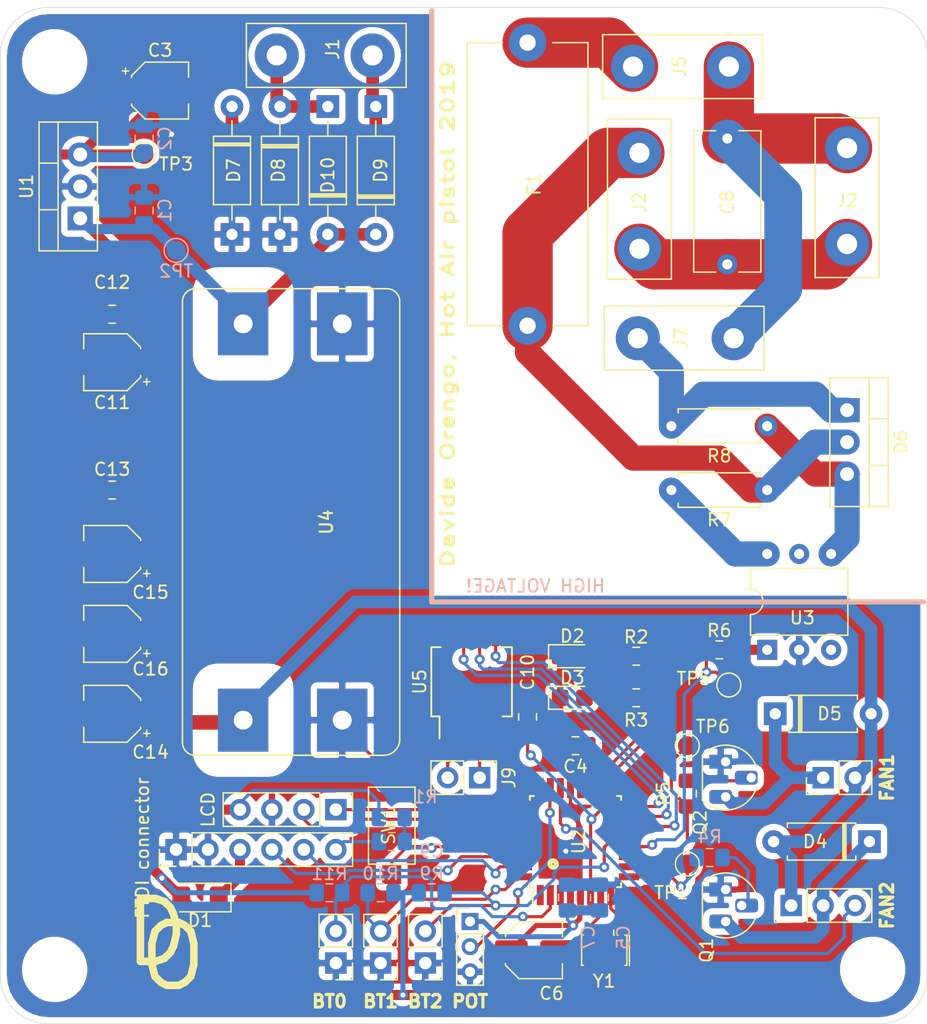
<source format=kicad_pcb>
(kicad_pcb (version 20171130) (host pcbnew 5.1.4-e60b266~84~ubuntu18.04.1)
  (layers (0 F.Cu signal) (31 B.Cu signal) (34 B.Paste user) (35 F.Paste user hide) (36 B.SilkS user hide) (37 F.SilkS user) (38 B.Mask user hide) (39 F.Mask user hide) (44 Edge.Cuts user))
  (net 0 "")
  (net 1 Earth)
  (net 2 "Net-(C1-Pad1)")
  (net 3 +5V)
  (net 4 "Net-(C4-Pad1)")
  (net 5 /220-N)
  (net 6 /220-L)
  (net 7 +24V)
  (net 8 /V+)
  (net 9 /V-)
  (net 10 "Net-(D2-Pad2)")
  (net 11 "Net-(D3-Pad2)")
  (net 12 /FAN1-)
  (net 13 /FAN2-)
  (net 14 "Net-(D6-Pad1)")
  (net 15 "Net-(D6-Pad3)")
  (net 16 "Net-(F1-Pad1)")
  (net 17 /A5\SCL)
  (net 18 /A4\SDA)
  (net 19 "Net-(Q1-Pad1)")
  (net 20 "Net-(Q2-Pad1)")
  (net 21 /D13\SCK)
  (net 22 /D5)
  (net 23 /D6)
  (net 24 "Net-(R6-Pad1)")
  (net 25 /D4)
  (net 26 "Net-(R7-Pad2)")
  (net 27 /D9)
  (net 28 /D8)
  (net 29 /A0)
  (net 30 "Net-(U2-Pad7)")
  (net 31 "Net-(U2-Pad8)")
  (net 32 "Net-(C8-Pad2)")
  (net 33 "Net-(C9-Pad2)")
  (net 34 /RESET)
  (net 35 "Net-(J9-Pad2)")
  (net 36 "Net-(J9-Pad1)")
  (net 37 /D2)
  (net 38 /D12\MISO)
  (net 39 /D11\MOSI)
  (net 40 /D10)
  (net 41 VBUS)
  (net 42 /D1\TX)
  (net 43 /D0\RX)
  (module Connector_PinHeader_2.54mm:PinHeader_1x02_P2.54mm_Vertical (layer F.Cu) (at 139.7 108.712 180)
    (fp_text reference SW5 hide)
    (fp_text value SW_Reed)
    (pad 2 thru_hole oval (at 0 2.54 180) (size 1.7 1.7) (drill 1) (layers *.Cu *.Mask) (net 25 /D4))
    (pad 1 thru_hole rect (at 0 0 180) (size 1.7 1.7) (drill 1) (layers *.Cu *.Mask) (net 1 Earth))
  )
  (module Diode_THT:D_A-405_P10.16mm_Horizontal (layer F.Cu) (at 142.875 40.64 270)
    (fp_text reference D9 (at 5.08 -0.381 270) (layer F.SilkS))
    (fp_text value DIODE)
    (pad 2 thru_hole oval (at 10.16 0 270) (size 1.8 1.8) (drill 0.9) (layers *.Cu *.Mask) (net 2 "Net-(C1-Pad1)"))
    (pad 1 thru_hole rect (at 0 0 270) (size 1.8 1.8) (drill 0.9) (layers *.Cu *.Mask) (net 8 /V+))
  )
  (module Diode_THT:D_A-405_P10.16mm_Horizontal (layer F.Cu) (at 139.065 40.64 270)
    (fp_text reference D10 (at 5.45 0 270) (layer F.SilkS))
    (fp_text value DIODE)
    (pad 2 thru_hole oval (at 10.16 0 270) (size 1.8 1.8) (drill 0.9) (layers *.Cu *.Mask) (net 2 "Net-(C1-Pad1)"))
    (pad 1 thru_hole rect (at 0 0 270) (size 1.8 1.8) (drill 0.9) (layers *.Cu *.Mask) (net 9 /V-))
  )
  (module Diode_THT:D_A-405_P10.16mm_Horizontal (layer F.Cu) (at 135.255 50.8 90)
    (fp_text reference D8 (at 5.08 -0.127 90) (layer F.SilkS))
    (fp_text value DIODE)
    (pad 2 thru_hole oval (at 10.16 0 90) (size 1.8 1.8) (drill 0.9) (layers *.Cu *.Mask) (net 9 /V-))
    (pad 1 thru_hole rect (at 0 0 90) (size 1.8 1.8) (drill 0.9) (layers *.Cu *.Mask) (net 1 Earth))
  )
  (module Diode_THT:D_A-405_P10.16mm_Horizontal (layer F.Cu) (at 131.445 50.8 90)
    (fp_text reference D7 (at 5.08 0.127 90) (layer F.SilkS))
    (fp_text value DIODE)
    (pad 2 thru_hole oval (at 10.16 0 90) (size 1.8 1.8) (drill 0.9) (layers *.Cu *.Mask) (net 8 /V+))
    (pad 1 thru_hole rect (at 0 0 90) (size 1.8 1.8) (drill 0.9) (layers *.Cu *.Mask) (net 1 Earth))
  )
  (module TestPoint:TestPoint_Pad_D1.5mm (layer F.Cu) (at 167.64 100.838)
    (fp_text reference TP1 (at -1.27 2.286) (layer F.SilkS))
    (fp_text value TF1)
    (pad 1 smd circle (at 0 0) (size 1.5 1.5) (layers F.Cu F.Mask) (net 22 /D5))
  )
  (module Package_TO_SOT_THT:TO-92_HandSolder (layer F.Cu) (at 170.688 92.71 270)
    (fp_text reference Q2 (at 4.826 2.032 270) (layer F.SilkS))
    (fp_text value 2n2222)
    (pad 1 thru_hole roundrect (at 1.27 -2.032 270) (size 1.1 1.8) (drill 0.75 (offset 0 0.4)) (layers *.Cu *.Mask) (net 20 "Net-(Q2-Pad1)"))
    (pad 3 thru_hole rect (at 0 0 270) (size 1.1 1.8) (drill 0.75 (offset 0 0.4)) (layers *.Cu *.Mask) (net 1 Earth))
    (pad 2 thru_hole roundrect (at 2.794 0 90) (size 1.1 1.8) (drill 0.75 (offset 0 -0.4)) (layers *.Cu *.Mask) (net 13 /FAN2-))
  )
  (module Package_TO_SOT_THT:TO-92_HandSolder (layer F.Cu) (at 170.688 102.87 270)
    (fp_text reference Q1 (at 4.826 1.524 270) (layer F.SilkS))
    (fp_text value 2n2222)
    (pad 2 thru_hole roundrect (at 2.54 0 270) (size 1.1 1.8) (drill 0.75 (offset 0 0.4)) (layers *.Cu *.Mask) (net 12 /FAN1-))
    (pad 3 thru_hole rect (at 0 0 270) (size 1.1 1.8) (drill 0.75 (offset 0 0.4)) (layers *.Cu *.Mask) (net 1 Earth))
    (pad 1 thru_hole roundrect (at 1.27 -1.27 270) (size 1.1 1.8) (drill 0.75 (offset 0 -0.4)) (layers *.Cu *.Mask) (net 19 "Net-(Q1-Pad1)"))
  )
  (module Diode_SMD:D_1206_3216Metric_Pad1.42x1.75mm_HandSolder (layer F.Cu) (at 128.905 103.505 180)
    (fp_text reference D1 (at 0 -1.82) (layer F.SilkS))
    (fp_text value DIODE)
    (pad 2 smd roundrect (at 1.4875 0 180) (size 1.425 1.75) (layers F.Cu F.Paste F.Mask) (roundrect_rratio 0.175439) (net 3 +5V))
    (pad 1 smd roundrect (at -1.4875 0 180) (size 1.425 1.75) (layers F.Cu F.Paste F.Mask) (roundrect_rratio 0.175439) (net 41 VBUS))
  )
  (module Package_SO:SO-8_5.3x6.2mm_P1.27mm (layer F.Cu) (at 150.495 86.36 90)
    (fp_text reference U5 (at 0 -4.13 90) (layer F.SilkS))
    (fp_text value MAX6675)
    (pad 8 smd rect (at 3.7 -1.905 90) (size 1.75 0.55) (layers F.Cu F.Paste F.Mask))
    (pad 7 smd rect (at 3.7 -0.635 90) (size 1.75 0.55) (layers F.Cu F.Paste F.Mask) (net 38 /D12\MISO))
    (pad 6 smd rect (at 3.7 0.635 90) (size 1.75 0.55) (layers F.Cu F.Paste F.Mask) (net 39 /D11\MOSI))
    (pad 5 smd rect (at 3.7 1.905 90) (size 1.75 0.55) (layers F.Cu F.Paste F.Mask) (net 40 /D10))
    (pad 4 smd rect (at -3.7 1.905 90) (size 1.75 0.55) (layers F.Cu F.Paste F.Mask) (net 3 +5V))
    (pad 3 smd rect (at -3.7 0.635 90) (size 1.75 0.55) (layers F.Cu F.Paste F.Mask) (net 36 "Net-(J9-Pad1)"))
    (pad 2 smd rect (at -3.7 -0.635 90) (size 1.75 0.55) (layers F.Cu F.Paste F.Mask) (net 35 "Net-(J9-Pad2)"))
    (pad 1 smd rect (at -3.7 -1.905 90) (size 1.75 0.55) (layers F.Cu F.Paste F.Mask) (net 1 Earth))
  )
  (module Capacitor_SMD:C_0805_2012Metric_Pad1.15x1.40mm_HandSolder (layer F.Cu) (at 154.94 89.154 90)
    (fp_text reference C10 (at 3.556 0 90) (layer F.SilkS))
    (fp_text value 0.1u)
    (pad 2 smd roundrect (at 1.025 0 90) (size 1.15 1.4) (layers F.Cu F.Paste F.Mask) (roundrect_rratio 0.217391) (net 1 Earth))
    (pad 1 smd roundrect (at -1.025 0 90) (size 1.15 1.4) (layers F.Cu F.Paste F.Mask) (roundrect_rratio 0.217391) (net 3 +5V))
  )
  (module Connector_PinHeader_2.54mm:PinHeader_1x02_P2.54mm_Vertical (layer F.Cu) (at 151.13 93.98 270)
    (fp_text reference J9 (at 0 -2.33 90) (layer F.SilkS))
    (fp_text value Thermocouple)
    (pad 2 thru_hole oval (at 0 2.54 270) (size 1.7 1.7) (drill 1) (layers *.Cu *.Mask) (net 35 "Net-(J9-Pad2)"))
    (pad 1 thru_hole rect (at 0 0 270) (size 1.7 1.7) (drill 1) (layers *.Cu *.Mask) (net 36 "Net-(J9-Pad1)"))
  )
  (module MT3608_board_buck_boost:MT3608_DCDC_BUCK_BOOST (layer F.Cu) (at 135.89 73.66)
    (fp_text reference U4 (at 3.048 0 90) (layer F.SilkS))
    (fp_text value MT3608)
    (fp_text user U4 (at 3.048 0 90) (layer F.SilkS))
    (pad 2 thru_hole rect (at 4.318 -15.748) (size 4 5) (drill 1.5) (layers *.Cu *.Mask) (net 1 Earth))
    (pad 4 thru_hole rect (at 4.318 15.748) (size 4 5) (drill 1.5) (layers *.Cu *.Mask) (net 1 Earth))
    (pad 3 thru_hole rect (at -3.556 15.748) (size 4 5) (drill 1.5) (layers *.Cu *.Mask) (net 7 +24V) (clearance 2))
    (pad 1 thru_hole rect (at -3.556 -15.748) (size 4 5) (drill 1.5) (layers *.Cu *.Mask) (net 2 "Net-(C1-Pad1)") (clearance 2))
  )
  (module Connector_PinHeader_2.54mm:PinHeader_1x02_P2.54mm_Vertical (layer F.Cu) (at 178.435 93.98 90)
    (fp_text reference J4 hide)
    (fp_text value "Fan heater")
    (pad 2 thru_hole oval (at 0 2.54 90) (size 1.7 1.7) (drill 1) (layers *.Cu *.Mask) (net 7 +24V))
    (pad 1 thru_hole rect (at 0 0 90) (size 1.7 1.7) (drill 1) (layers *.Cu *.Mask) (net 13 /FAN2-))
  )
  (module Connector_PinHeader_2.54mm:PinHeader_1x02_P2.54mm_Vertical (layer F.Cu) (at 143.256 108.712 180)
    (fp_text reference SW3 hide)
    (fp_text value BT1)
    (pad 2 thru_hole oval (at 0 2.54 180) (size 1.7 1.7) (drill 1) (layers *.Cu *.Mask) (net 37 /D2))
    (pad 1 thru_hole rect (at 0 0 180) (size 1.7 1.7) (drill 1) (layers *.Cu *.Mask) (net 1 Earth))
  )
  (module Button_Switch_SMD:SW_SPST_CK_RS282G05A3 (layer F.Cu) (at 144.145 97.79 90)
    (fp_text reference SW1 (at 0 -0.254 90) (layer F.SilkS))
    (fp_text value SW_Push)
    (pad 2 smd rect (at 3.9 0 90) (size 1.5 1.5) (layers F.Cu F.Paste F.Mask) (net 1 Earth))
    (pad 1 smd rect (at -3.9 0 90) (size 1.5 1.5) (layers F.Cu F.Paste F.Mask) (net 34 /RESET))
  )
  (module Capacitor_SMD:CP_Elec_4x5.4 (layer F.Cu) (at 155.448 107.696)
    (fp_text reference C6 (at 1.397 3.429) (layer F.SilkS))
    (fp_text value 10u)
    (pad 2 smd roundrect (at 1.8 0) (size 2.6 1.6) (layers F.Cu F.Paste F.Mask) (roundrect_rratio 0.15625) (net 1 Earth))
    (pad 1 smd roundrect (at -1.8 0) (size 2.6 1.6) (layers F.Cu F.Paste F.Mask) (roundrect_rratio 0.15625) (net 3 +5V))
  )
  (module Resistor_SMD:R_0805_2012Metric_Pad1.15x1.40mm_HandSolder (layer B.Cu) (at 144.145 97.155)
    (fp_text reference R1 (at 2.667 -1.651 180) (layer B.SilkS) (effects (justify mirror)))
    (fp_text value 10k)
    (pad 2 smd roundrect (at 1.025 0) (size 1.15 1.4) (layers B.Cu B.Paste B.Mask) (roundrect_rratio 0.217391) (net 34 /RESET))
    (pad 1 smd roundrect (at -1.025 0) (size 1.15 1.4) (layers B.Cu B.Paste B.Mask) (roundrect_rratio 0.217391) (net 3 +5V))
  )
  (module Crystal:Resonator_SMD_muRata_CSTxExxV-3Pin_3.0x1.1mm_HandSoldering (layer F.Cu) (at 161.036 107.696 180)
    (fp_text reference Y1 (at 0 -2.45) (layer F.SilkS))
    (fp_text value Crystal_GND2)
    (pad 3 smd rect (at 1.2 0 180) (size 0.4 3.2) (layers F.Cu F.Paste F.Mask) (net 30 "Net-(U2-Pad7)"))
    (pad 2 smd rect (at 0 0 180) (size 0.4 3.2) (layers F.Cu F.Paste F.Mask) (net 1 Earth))
    (pad 1 smd rect (at -1.2 0 180) (size 0.4 3.2) (layers F.Cu F.Paste F.Mask) (net 31 "Net-(U2-Pad8)"))
  )
  (module Resistor_SMD:R_0805_2012Metric_Pad1.15x1.40mm_HandSolder (layer F.Cu) (at 163.576 87.63)
    (fp_text reference R3 (at 0 1.778) (layer F.SilkS))
    (fp_text value 1k)
    (pad 2 smd roundrect (at 1.025 0) (size 1.15 1.4) (layers F.Cu F.Paste F.Mask) (roundrect_rratio 0.217391) (net 3 +5V))
    (pad 1 smd roundrect (at -1.025 0) (size 1.15 1.4) (layers F.Cu F.Paste F.Mask) (roundrect_rratio 0.217391) (net 11 "Net-(D3-Pad2)"))
  )
  (module LED_SMD:LED_0805_2012Metric_Castellated (layer F.Cu) (at 158.496 87.63)
    (fp_text reference D3 (at 0 -1.6) (layer F.SilkS))
    (fp_text value LED)
    (pad 2 smd roundrect (at 0.9625 0) (size 1.325 1.3) (layers F.Cu F.Paste F.Mask) (roundrect_rratio 0.192308) (net 11 "Net-(D3-Pad2)"))
    (pad 1 smd roundrect (at -0.9625 0) (size 1.325 1.3) (layers F.Cu F.Paste F.Mask) (roundrect_rratio 0.192308) (net 1 Earth))
  )
  (module LED_SMD:LED_0805_2012Metric_Castellated (layer F.Cu) (at 158.496 84.328)
    (fp_text reference D2 (at 0 -1.6) (layer F.SilkS))
    (fp_text value LED)
    (pad 2 smd roundrect (at 0.9625 0) (size 1.325 1.3) (layers F.Cu F.Paste F.Mask) (roundrect_rratio 0.192308) (net 10 "Net-(D2-Pad2)"))
    (pad 1 smd roundrect (at -0.9625 0) (size 1.325 1.3) (layers F.Cu F.Paste F.Mask) (roundrect_rratio 0.192308) (net 1 Earth))
  )
  (module Resistor_SMD:R_0805_2012Metric_Pad1.15x1.40mm_HandSolder (layer F.Cu) (at 163.576 84.328 180)
    (fp_text reference R2 (at 0 1.524) (layer F.SilkS))
    (fp_text value 1k)
    (pad 2 smd roundrect (at 1.025 0 180) (size 1.15 1.4) (layers F.Cu F.Paste F.Mask) (roundrect_rratio 0.217391) (net 10 "Net-(D2-Pad2)"))
    (pad 1 smd roundrect (at -1.025 0 180) (size 1.15 1.4) (layers F.Cu F.Paste F.Mask) (roundrect_rratio 0.217391) (net 21 /D13\SCK))
  )
  (module Fuse:Fuseholder_Cylinder-5x20mm_Schurter_0031_8201_Horizontal_Open (layer F.Cu) (at 154.94 35.56 270)
    (fp_text reference F1 (at 11.25 -0.508 270) (layer F.SilkS))
    (fp_text value Fuse)
    (pad 2 thru_hole circle (at 22.5 0 270) (size 3 3) (drill 1.3) (layers *.Cu *.Mask) (net 6 /220-L))
    (pad 1 thru_hole circle (at 0 0 270) (size 3 3) (drill 1.3) (layers *.Cu *.Mask) (net 16 "Net-(F1-Pad1)"))
  )
  (module Resistor_SMD:R_0805_2012Metric_Pad1.15x1.40mm_HandSolder (layer F.Cu) (at 167.64 95.25 270)
    (fp_text reference R5 (at 0 1.905 270) (layer F.SilkS))
    (fp_text value 2.2k)
    (pad 2 smd roundrect (at 1.025 0 270) (size 1.15 1.4) (layers F.Cu F.Paste F.Mask) (roundrect_rratio 0.217391) (net 23 /D6))
    (pad 1 smd roundrect (at -1.025 0 270) (size 1.15 1.4) (layers F.Cu F.Paste F.Mask) (roundrect_rratio 0.217391) (net 20 "Net-(Q2-Pad1)"))
  )
  (module Capacitor_SMD:CP_Elec_4x5.4 (layer F.Cu) (at 125.73 39.37)
    (fp_text reference C3 (at 0 -3.2) (layer F.SilkS))
    (fp_text value 10u)
    (pad 2 smd roundrect (at 1.8 0) (size 2.6 1.6) (layers F.Cu F.Paste F.Mask) (roundrect_rratio 0.15625) (net 1 Earth))
    (pad 1 smd roundrect (at -1.8 0) (size 2.6 1.6) (layers F.Cu F.Paste F.Mask) (roundrect_rratio 0.15625) (net 3 +5V))
  )
  (module Capacitor_THT:C_Rect_L11.0mm_W5.1mm_P10.00mm_MKT (layer F.Cu) (at 170.815 43.18 270)
    (fp_text reference C8 (at 5.08 0 90) (layer F.SilkS))
    (fp_text value "MKP 100n")
    (pad 2 thru_hole circle (at 10 0 270) (size 1.6 1.6) (drill 0.8) (layers *.Cu *.Mask) (net 32 "Net-(C8-Pad2)"))
    (pad 1 thru_hole circle (at 0 0 270) (size 1.6 1.6) (drill 0.8) (layers *.Cu *.Mask) (net 5 /220-N))
  )
  (module Capacitor_SMD:CP_Elec_4x5.4 (layer F.Cu) (at 121.92 60.96 180)
    (fp_text reference C11 (at 0 -3.2) (layer F.SilkS))
    (fp_text value 10u)
    (pad 2 smd roundrect (at 1.8 0 180) (size 2.6 1.6) (layers F.Cu F.Paste F.Mask) (roundrect_rratio 0.15625) (net 1 Earth))
    (pad 1 smd roundrect (at -1.8 0 180) (size 2.6 1.6) (layers F.Cu F.Paste F.Mask) (roundrect_rratio 0.15625) (net 2 "Net-(C1-Pad1)"))
  )
  (module Capacitor_SMD:CP_Elec_4x5.4 (layer F.Cu) (at 121.92 88.9 180)
    (fp_text reference C14 (at -3.048 -3.048) (layer F.SilkS))
    (fp_text value 10u)
    (pad 2 smd roundrect (at 1.8 0 180) (size 2.6 1.6) (layers F.Cu F.Paste F.Mask) (roundrect_rratio 0.15625) (net 1 Earth))
    (pad 1 smd roundrect (at -1.8 0 180) (size 2.6 1.6) (layers F.Cu F.Paste F.Mask) (roundrect_rratio 0.15625) (net 7 +24V))
  )
  (module Capacitor_SMD:CP_Elec_4x5.4 (layer F.Cu) (at 121.92 76.2 180)
    (fp_text reference C15 (at -3.048 -3.048) (layer F.SilkS))
    (fp_text value 10u)
    (pad 2 smd roundrect (at 1.8 0 180) (size 2.6 1.6) (layers F.Cu F.Paste F.Mask) (roundrect_rratio 0.15625) (net 1 Earth))
    (pad 1 smd roundrect (at -1.8 0 180) (size 2.6 1.6) (layers F.Cu F.Paste F.Mask) (roundrect_rratio 0.15625) (net 7 +24V))
  )
  (module Capacitor_SMD:CP_Elec_4x5.4 (layer F.Cu) (at 121.92 82.55 180)
    (fp_text reference C16 (at -3.048 -2.794) (layer F.SilkS))
    (fp_text value 10u)
    (pad 2 smd roundrect (at 1.8 0 180) (size 2.6 1.6) (layers F.Cu F.Paste F.Mask) (roundrect_rratio 0.15625) (net 1 Earth))
    (pad 1 smd roundrect (at -1.8 0 180) (size 2.6 1.6) (layers F.Cu F.Paste F.Mask) (roundrect_rratio 0.15625) (net 7 +24V))
  )
  (module Diode_THT:D_A-405_P7.62mm_Horizontal (layer F.Cu) (at 182.118 99.06 180)
    (fp_text reference D4 (at 4.318 0 180) (layer F.SilkS))
    (fp_text value DIODE)
    (pad 2 thru_hole oval (at 7.62 0 180) (size 1.8 1.8) (drill 0.9) (layers *.Cu *.Mask) (net 7 +24V))
    (pad 1 thru_hole rect (at 0 0 180) (size 1.8 1.8) (drill 0.9) (layers *.Cu *.Mask) (net 12 /FAN1-))
  )
  (module Diode_THT:D_A-405_P7.62mm_Horizontal (layer F.Cu) (at 174.625 88.9)
    (fp_text reference D5 (at 4.318 0) (layer F.SilkS))
    (fp_text value DIODE)
    (pad 2 thru_hole oval (at 7.62 0) (size 1.8 1.8) (drill 0.9) (layers *.Cu *.Mask) (net 7 +24V))
    (pad 1 thru_hole rect (at 0 0) (size 1.8 1.8) (drill 0.9) (layers *.Cu *.Mask) (net 13 /FAN2-))
  )
  (module Package_TO_SOT_THT:TO-220-3_Vertical (layer F.Cu) (at 180.34 64.77 270)
    (fp_text reference D6 (at 2.54 -4.27 90) (layer F.SilkS))
    (fp_text value BTA140-800)
    (pad 3 thru_hole oval (at 5.08 0 270) (size 1.905 2) (drill 1.1) (layers *.Cu *.Mask) (net 15 "Net-(D6-Pad3)"))
    (pad 2 thru_hole oval (at 2.54 0 270) (size 1.905 2) (drill 1.1) (layers *.Cu *.Mask) (net 6 /220-L))
    (pad 1 thru_hole rect (at 0 0 270) (size 1.905 2) (drill 1.1) (layers *.Cu *.Mask) (net 14 "Net-(D6-Pad1)"))
  )
  (module Connector_PinHeader_2.54mm:PinHeader_1x03_P2.54mm_Vertical (layer F.Cu) (at 175.895 104.14 90)
    (fp_text reference J3 hide)
    (fp_text value "Fan cooler")
    (pad 3 thru_hole oval (at 0 5.08 90) (size 1.7 1.7) (drill 1) (layers *.Cu *.Mask))
    (pad 2 thru_hole oval (at 0 2.54 90) (size 1.7 1.7) (drill 1) (layers *.Cu *.Mask) (net 12 /FAN1-))
    (pad 1 thru_hole rect (at 0 0 90) (size 1.7 1.7) (drill 1) (layers *.Cu *.Mask) (net 7 +24V))
  )
  (module Connector_PinHeader_2.54mm:PinHeader_1x04_P2.54mm_Vertical (layer F.Cu) (at 139.7 96.52 270)
    (fp_text reference J6 hide)
    (fp_text value LCD (at 0 10.16 270) (layer F.SilkS))
    (pad 4 thru_hole oval (at 0 7.62 270) (size 1.7 1.7) (drill 1) (layers *.Cu *.Mask) (net 3 +5V))
    (pad 3 thru_hole oval (at 0 5.08 270) (size 1.7 1.7) (drill 1) (layers *.Cu *.Mask) (net 1 Earth))
    (pad 2 thru_hole oval (at 0 2.54 270) (size 1.7 1.7) (drill 1) (layers *.Cu *.Mask) (net 17 /A5\SCL))
    (pad 1 thru_hole rect (at 0 0 270) (size 1.7 1.7) (drill 1) (layers *.Cu *.Mask) (net 18 /A4\SDA))
  )
  (module Resistor_SMD:R_0805_2012Metric_Pad1.15x1.40mm_HandSolder (layer B.Cu) (at 169.418 100.33 180)
    (fp_text reference R4 (at 0 1.65) (layer B.SilkS) (effects (justify mirror)))
    (fp_text value 2,2k)
    (pad 2 smd roundrect (at 1.025 0 180) (size 1.15 1.4) (layers B.Cu B.Paste B.Mask) (roundrect_rratio 0.217391) (net 22 /D5))
    (pad 1 smd roundrect (at -1.025 0 180) (size 1.15 1.4) (layers B.Cu B.Paste B.Mask) (roundrect_rratio 0.217391) (net 19 "Net-(Q1-Pad1)"))
  )
  (module Resistor_SMD:R_0805_2012Metric_Pad1.15x1.40mm_HandSolder (layer F.Cu) (at 170.18 83.82 180)
    (fp_text reference R6 (at 0 1.524) (layer F.SilkS))
    (fp_text value 1k)
    (pad 2 smd roundrect (at 1.025 0 180) (size 1.15 1.4) (layers F.Cu F.Paste F.Mask) (roundrect_rratio 0.217391) (net 28 /D8))
    (pad 1 smd roundrect (at -1.025 0 180) (size 1.15 1.4) (layers F.Cu F.Paste F.Mask) (roundrect_rratio 0.217391) (net 24 "Net-(R6-Pad1)"))
  )
  (module Resistor_THT:R_Axial_DIN0207_L6.3mm_D2.5mm_P7.62mm_Horizontal (layer F.Cu) (at 173.99 71.12 180)
    (fp_text reference R7 (at 3.81 -2.37) (layer F.SilkS))
    (fp_text value 360)
    (pad 2 thru_hole oval (at 7.62 0 180) (size 1.6 1.6) (drill 0.8) (layers *.Cu *.Mask) (net 26 "Net-(R7-Pad2)"))
    (pad 1 thru_hole circle (at 0 0 180) (size 1.6 1.6) (drill 0.8) (layers *.Cu *.Mask) (net 6 /220-L))
  )
  (module Resistor_THT:R_Axial_DIN0207_L6.3mm_D2.5mm_P7.62mm_Horizontal (layer F.Cu) (at 173.99 66.04 180)
    (fp_text reference R8 (at 3.81 -2.37) (layer F.SilkS))
    (fp_text value 330)
    (pad 2 thru_hole oval (at 7.62 0 180) (size 1.6 1.6) (drill 0.8) (layers *.Cu *.Mask) (net 14 "Net-(D6-Pad1)"))
    (pad 1 thru_hole circle (at 0 0 180) (size 1.6 1.6) (drill 0.8) (layers *.Cu *.Mask) (net 15 "Net-(D6-Pad3)"))
  )
  (module Resistor_SMD:R_0805_2012Metric_Pad1.15x1.40mm_HandSolder (layer B.Cu) (at 147.32 103.124)
    (fp_text reference R9 (at 0 -1.524 180) (layer B.SilkS) (effects (justify mirror)))
    (fp_text value 10k)
    (pad 2 smd roundrect (at 1.025 0) (size 1.15 1.4) (layers B.Cu B.Paste B.Mask) (roundrect_rratio 0.217391) (net 27 /D9))
    (pad 1 smd roundrect (at -1.025 0) (size 1.15 1.4) (layers B.Cu B.Paste B.Mask) (roundrect_rratio 0.217391) (net 3 +5V))
  )
  (module Resistor_SMD:R_0805_2012Metric_Pad1.15x1.40mm_HandSolder (layer B.Cu) (at 143.256 103.124 180)
    (fp_text reference R10 (at 0 1.524) (layer B.SilkS) (effects (justify mirror)))
    (fp_text value 10k)
    (pad 2 smd roundrect (at 1.025 0 180) (size 1.15 1.4) (layers B.Cu B.Paste B.Mask) (roundrect_rratio 0.217391) (net 37 /D2))
    (pad 1 smd roundrect (at -1.025 0 180) (size 1.15 1.4) (layers B.Cu B.Paste B.Mask) (roundrect_rratio 0.217391) (net 3 +5V))
  )
  (module Connector_PinHeader_2.00mm:PinHeader_1x03_P2.00mm_Vertical (layer F.Cu) (at 150.368 105.41)
    (fp_text reference RV1 hide)
    (fp_text value R_POT)
    (pad 3 thru_hole oval (at 0 4) (size 1.35 1.35) (drill 0.8) (layers *.Cu *.Mask) (net 1 Earth))
    (pad 2 thru_hole oval (at 0 2) (size 1.35 1.35) (drill 0.8) (layers *.Cu *.Mask) (net 29 /A0))
    (pad 1 thru_hole rect (at 0 0) (size 1.35 1.35) (drill 0.8) (layers *.Cu *.Mask) (net 3 +5V))
  )
  (module Connector_PinHeader_2.54mm:PinHeader_1x02_P2.54mm_Vertical (layer F.Cu) (at 146.812 108.712 180)
    (fp_text reference SW4 hide)
    (fp_text value BT2)
    (pad 2 thru_hole oval (at 0 2.54 180) (size 1.7 1.7) (drill 1) (layers *.Cu *.Mask) (net 27 /D9))
    (pad 1 thru_hole rect (at 0 0 180) (size 1.7 1.7) (drill 1) (layers *.Cu *.Mask) (net 1 Earth))
  )
  (module Package_TO_SOT_THT:TO-220-3_Vertical (layer F.Cu) (at 119.38 49.53 90)
    (fp_text reference U1 (at 2.54 -4.27 90) (layer F.SilkS))
    (fp_text value L7805)
    (pad 3 thru_hole oval (at 5.08 0 90) (size 1.905 2) (drill 1.1) (layers *.Cu *.Mask) (net 3 +5V))
    (pad 2 thru_hole oval (at 2.54 0 90) (size 1.905 2) (drill 1.1) (layers *.Cu *.Mask) (net 1 Earth))
    (pad 1 thru_hole rect (at 0 0 90) (size 1.905 2) (drill 1.1) (layers *.Cu *.Mask) (net 2 "Net-(C1-Pad1)"))
  )
  (module Package_QFP:TQFP-32_7x7mm_P0.8mm (layer F.Cu) (at 158.75 99.06 90)
    (fp_text reference U2 (at 0 0.254 270) (layer F.SilkS))
    (fp_text value ATmega328-AU)
    (pad 32 smd rect (at -2.8 -4.25 180) (size 1.6 0.55) (layers F.Cu F.Paste F.Mask) (net 37 /D2))
    (pad 31 smd rect (at -2 -4.25 180) (size 1.6 0.55) (layers F.Cu F.Paste F.Mask) (net 42 /D1\TX))
    (pad 30 smd rect (at -1.2 -4.25 180) (size 1.6 0.55) (layers F.Cu F.Paste F.Mask) (net 43 /D0\RX))
    (pad 29 smd rect (at -0.4 -4.25 180) (size 1.6 0.55) (layers F.Cu F.Paste F.Mask) (net 34 /RESET))
    (pad 28 smd rect (at 0.4 -4.25 180) (size 1.6 0.55) (layers F.Cu F.Paste F.Mask) (net 17 /A5\SCL))
    (pad 27 smd rect (at 1.2 -4.25 180) (size 1.6 0.55) (layers F.Cu F.Paste F.Mask) (net 18 /A4\SDA))
    (pad 26 smd rect (at 2 -4.25 180) (size 1.6 0.55) (layers F.Cu F.Paste F.Mask))
    (pad 25 smd rect (at 2.8 -4.25 180) (size 1.6 0.55) (layers F.Cu F.Paste F.Mask))
    (pad 24 smd rect (at 4.25 -2.8 90) (size 1.6 0.55) (layers F.Cu F.Paste F.Mask))
    (pad 23 smd rect (at 4.25 -2 90) (size 1.6 0.55) (layers F.Cu F.Paste F.Mask) (net 29 /A0))
    (pad 22 smd rect (at 4.25 -1.2 90) (size 1.6 0.55) (layers F.Cu F.Paste F.Mask))
    (pad 21 smd rect (at 4.25 -0.4 90) (size 1.6 0.55) (layers F.Cu F.Paste F.Mask) (net 1 Earth))
    (pad 20 smd rect (at 4.25 0.4 90) (size 1.6 0.55) (layers F.Cu F.Paste F.Mask) (net 4 "Net-(C4-Pad1)"))
    (pad 19 smd rect (at 4.25 1.2 90) (size 1.6 0.55) (layers F.Cu F.Paste F.Mask))
    (pad 18 smd rect (at 4.25 2 90) (size 1.6 0.55) (layers F.Cu F.Paste F.Mask) (net 3 +5V))
    (pad 17 smd rect (at 4.25 2.8 90) (size 1.6 0.55) (layers F.Cu F.Paste F.Mask) (net 21 /D13\SCK))
    (pad 16 smd rect (at 2.8 4.25 180) (size 1.6 0.55) (layers F.Cu F.Paste F.Mask) (net 38 /D12\MISO))
    (pad 15 smd rect (at 2 4.25 180) (size 1.6 0.55) (layers F.Cu F.Paste F.Mask) (net 39 /D11\MOSI))
    (pad 14 smd rect (at 1.2 4.25 180) (size 1.6 0.55) (layers F.Cu F.Paste F.Mask) (net 40 /D10))
    (pad 13 smd rect (at 0.4 4.25 180) (size 1.6 0.55) (layers F.Cu F.Paste F.Mask) (net 27 /D9))
    (pad 12 smd rect (at -0.4 4.25 180) (size 1.6 0.55) (layers F.Cu F.Paste F.Mask) (net 28 /D8))
    (pad 11 smd rect (at -1.2 4.25 180) (size 1.6 0.55) (layers F.Cu F.Paste F.Mask))
    (pad 10 smd rect (at -2 4.25 180) (size 1.6 0.55) (layers F.Cu F.Paste F.Mask) (net 23 /D6))
    (pad 9 smd rect (at -2.8 4.25 180) (size 1.6 0.55) (layers F.Cu F.Paste F.Mask) (net 22 /D5))
    (pad 8 smd rect (at -4.25 2.8 90) (size 1.6 0.55) (layers F.Cu F.Paste F.Mask) (net 31 "Net-(U2-Pad8)"))
    (pad 7 smd rect (at -4.25 2 90) (size 1.6 0.55) (layers F.Cu F.Paste F.Mask) (net 30 "Net-(U2-Pad7)"))
    (pad 6 smd rect (at -4.25 1.2 90) (size 1.6 0.55) (layers F.Cu F.Paste F.Mask) (net 3 +5V))
    (pad 5 smd rect (at -4.25 0.4 90) (size 1.6 0.55) (layers F.Cu F.Paste F.Mask) (net 1 Earth))
    (pad 4 smd rect (at -4.25 -0.4 90) (size 1.6 0.55) (layers F.Cu F.Paste F.Mask) (net 3 +5V))
    (pad 3 smd rect (at -4.25 -1.2 90) (size 1.6 0.55) (layers F.Cu F.Paste F.Mask) (net 1 Earth))
    (pad 2 smd rect (at -4.25 -2 90) (size 1.6 0.55) (layers F.Cu F.Paste F.Mask) (net 25 /D4))
    (pad 1 smd rect (at -4.25 -2.8 90) (size 1.6 0.55) (layers F.Cu F.Paste F.Mask))
  )
  (module Package_DIP:DIP-6_W7.62mm (layer F.Cu) (at 173.99 83.82 90)
    (fp_text reference U3 (at 2.54 2.794 180) (layer F.SilkS))
    (fp_text value MOC3063M)
    (pad 6 thru_hole oval (at 7.62 0 90) (size 1.6 1.6) (drill 0.8) (layers *.Cu *.Mask) (net 26 "Net-(R7-Pad2)"))
    (pad 3 thru_hole oval (at 0 5.08 90) (size 1.6 1.6) (drill 0.8) (layers *.Cu *.Mask))
    (pad 5 thru_hole oval (at 7.62 2.54 90) (size 1.6 1.6) (drill 0.8) (layers *.Cu *.Mask))
    (pad 2 thru_hole oval (at 0 2.54 90) (size 1.6 1.6) (drill 0.8) (layers *.Cu *.Mask) (net 1 Earth))
    (pad 4 thru_hole oval (at 7.62 5.08 90) (size 1.6 1.6) (drill 0.8) (layers *.Cu *.Mask) (net 15 "Net-(D6-Pad3)"))
    (pad 1 thru_hole rect (at 0 0 90) (size 1.6 1.6) (drill 0.8) (layers *.Cu *.Mask) (net 24 "Net-(R6-Pad1)"))
  )
  (module TestPoint:TestPoint_Pad_D1.5mm (layer B.Cu) (at 127 52.07)
    (fp_text reference TP2 (at 0 1.648) (layer B.SilkS) (effects (justify mirror)))
    (fp_text value TestPoint)
    (pad 1 smd circle (at 0 0) (size 1.5 1.5) (layers B.Cu B.Mask) (net 2 "Net-(C1-Pad1)"))
  )
  (module TestPoint:TestPoint_Pad_D1.5mm (layer F.Cu) (at 124.46 44.45)
    (fp_text reference TP3 (at 2.54 0.762) (layer F.SilkS))
    (fp_text value TestPoint)
    (pad 1 smd circle (at 0 0) (size 1.5 1.5) (layers F.Cu F.Mask) (net 3 +5V))
  )
  (module TestPoint:TestPoint_Pad_D1.5mm (layer F.Cu) (at 170.942 86.614)
    (fp_text reference TP5 (at -2.794 -0.508) (layer F.SilkS))
    (fp_text value TestPoint)
    (pad 1 smd circle (at 0 0) (size 1.5 1.5) (layers F.Cu F.Mask) (net 28 /D8))
  )
  (module TestPoint:TestPoint_Pad_D1.5mm (layer F.Cu) (at 167.64 91.44)
    (fp_text reference TP6 (at 2.032 -1.524) (layer F.SilkS))
    (fp_text value TF2)
    (pad 1 smd circle (at 0 0) (size 1.5 1.5) (layers F.Cu F.Mask) (net 23 /D6))
  )
  (module Connector_holes:holes_220v (layer F.Cu) (at 180.34 47.625)
    (fp_text reference J2 (at 0 0.5) (layer F.SilkS))
    (fp_text value Line)
    (pad 1 thru_hole oval (at 0 -3.683) (size 3.5 3.5) (drill 1.6) (layers *.Cu *.Mask) (net 5 /220-N))
    (pad 2 thru_hole oval (at 0 3.937) (size 3.5 3.5) (drill 1.6) (layers *.Cu *.Mask) (net 32 "Net-(C8-Pad2)"))
  )
  (module Connector_holes:holes_220v (layer F.Cu) (at 167.005 37.465 90)
    (fp_text reference J5 (at 0 0 90) (layer F.SilkS))
    (fp_text value "Trafo in")
    (pad 1 thru_hole oval (at 0 -3.683 90) (size 3.5 3.5) (drill 1.6) (layers *.Cu *.Mask) (net 16 "Net-(F1-Pad1)"))
    (pad 2 thru_hole oval (at 0 3.937 90) (size 3.5 3.5) (drill 1.6) (layers *.Cu *.Mask) (net 5 /220-N))
  )
  (module Connector_holes:holes_220v (layer F.Cu) (at 167.64 59.055 270)
    (fp_text reference J7 (at 0 0.5 90) (layer F.SilkS))
    (fp_text value Heater)
    (pad 1 thru_hole oval (at 0 -3.683 270) (size 3.5 3.5) (drill 1.6) (layers *.Cu *.Mask) (net 5 /220-N))
    (pad 2 thru_hole oval (at 0 3.937 270) (size 3.5 3.5) (drill 1.6) (layers *.Cu *.Mask) (net 14 "Net-(D6-Pad1)"))
  )
  (module Connector_holes:holes_220v (layer F.Cu) (at 163.83 48.26 180)
    (fp_text reference SW2 hide)
    (fp_text value SW_Push)
    (fp_text user J2 (at 0 0 270) (layer F.SilkS))
    (pad 1 thru_hole oval (at 0 -3.683 180) (size 3.5 3.5) (drill 1.6) (layers *.Cu *.Mask) (net 32 "Net-(C8-Pad2)"))
    (pad 2 thru_hole oval (at 0 3.937 180) (size 3.5 3.5) (drill 1.6) (layers *.Cu *.Mask) (net 6 /220-L))
  )
  (module Connector_PinHeader_2.54mm:PinHeader_1x06_P2.54mm_Vertical (layer F.Cu) (at 127 99.695 90)
    (fp_text reference J8 hide)
    (fp_text value "FTDI connector" (at 0.127 -2.667 90) (layer F.SilkS))
    (pad 6 thru_hole oval (at 0 12.7 90) (size 1.7 1.7) (drill 1) (layers *.Cu *.Mask) (net 33 "Net-(C9-Pad2)"))
    (pad 5 thru_hole oval (at 0 10.16 90) (size 1.7 1.7) (drill 1) (layers *.Cu *.Mask) (net 42 /D1\TX))
    (pad 4 thru_hole oval (at 0 7.62 90) (size 1.7 1.7) (drill 1) (layers *.Cu *.Mask) (net 43 /D0\RX))
    (pad 3 thru_hole oval (at 0 5.08 90) (size 1.7 1.7) (drill 1) (layers *.Cu *.Mask) (net 41 VBUS))
    (pad 2 thru_hole oval (at 0 2.54 90) (size 1.7 1.7) (drill 1) (layers *.Cu *.Mask) (net 1 Earth))
    (pad 1 thru_hole rect (at 0 0 90) (size 1.7 1.7) (drill 1) (layers *.Cu *.Mask) (net 1 Earth))
  )
  (module Capacitor_SMD:C_0805_2012Metric_Pad1.15x1.40mm_HandSolder (layer B.Cu) (at 144.145 99.06 180)
    (fp_text reference C9 (at -3.175 -0.762) (layer B.SilkS) (effects (justify mirror)))
    (fp_text value 100n)
    (pad 2 smd roundrect (at 1.025 0 180) (size 1.15 1.4) (layers B.Cu B.Paste B.Mask) (roundrect_rratio 0.217391) (net 33 "Net-(C9-Pad2)"))
    (pad 1 smd roundrect (at -1.025 0 180) (size 1.15 1.4) (layers B.Cu B.Paste B.Mask) (roundrect_rratio 0.217391) (net 34 /RESET))
  )
  (module MountingHole:MountingHole_3.2mm_M3 (layer F.Cu) (at 117.348 37.084)
    (fp_text reference H1 hide)
    (fp_text value MountingHole)
    (pad "" np_thru_hole circle (at 0 0) (size 3.2 3.2) (drill 3.2) (layers *.Cu *.Mask) (clearance 1))
  )
  (module MountingHole:MountingHole_3.2mm_M3 (layer F.Cu) (at 182.372 109.22)
    (fp_text reference H2 hide)
    (fp_text value MountingHole)
    (pad "" np_thru_hole circle (at 0 0) (size 3.2 3.2) (drill 3.2) (layers *.Cu *.Mask) (clearance 1))
  )
  (module MountingHole:MountingHole_3.2mm_M3 (layer F.Cu) (at 182.372 37.084)
    (fp_text reference H3 hide)
    (fp_text value MountingHole)
    (pad 1 np_thru_hole circle (at 0 0) (size 3.2 3.2) (drill 3.2) (layers *.Cu *.Mask))
  )
  (module MountingHole:MountingHole_3.2mm_M3 (layer F.Cu) (at 117.348 109.22)
    (fp_text reference H4 hide)
    (fp_text value MountingHole)
    (pad "" np_thru_hole circle (at 0 0) (size 3.2 3.2) (drill 3.2) (layers *.Cu *.Mask) (clearance 1))
  )
  (module Connector_holes:holes_220v (layer F.Cu) (at 138.684 36.576 90)
    (fp_text reference J1 (at 0.508 0.762 90) (layer F.SilkS))
    (fp_text value "Trafo out")
    (pad 1 thru_hole oval (at 0 -3.683 90) (size 3.5 3.5) (drill 1.6) (layers *.Cu *.Mask) (net 9 /V-))
    (pad 2 thru_hole oval (at 0 3.937 90) (size 3.5 3.5) (drill 1.6) (layers *.Cu *.Mask) (net 8 /V+))
  )
  (module Capacitor_SMD:C_0805_2012Metric_Pad1.15x1.40mm_HandSolder (layer B.Cu) (at 124.46 48.895 90)
    (fp_text reference C1 (at 0 1.65 90) (layer B.SilkS) (effects (justify mirror)))
    (fp_text value 100n)
    (pad 2 smd roundrect (at 1.025 0 90) (size 1.15 1.4) (layers B.Cu B.Paste B.Mask) (roundrect_rratio 0.217391) (net 1 Earth))
    (pad 1 smd roundrect (at -1.025 0 90) (size 1.15 1.4) (layers B.Cu B.Paste B.Mask) (roundrect_rratio 0.217391) (net 2 "Net-(C1-Pad1)"))
  )
  (module Capacitor_SMD:C_0805_2012Metric_Pad1.15x1.40mm_HandSolder (layer B.Cu) (at 124.46 43.18 90)
    (fp_text reference C2 (at 0 1.65 90) (layer B.SilkS) (effects (justify mirror)))
    (fp_text value 100n)
    (pad 2 smd roundrect (at 1.025 0 90) (size 1.15 1.4) (layers B.Cu B.Paste B.Mask) (roundrect_rratio 0.217391) (net 1 Earth))
    (pad 1 smd roundrect (at -1.025 0 90) (size 1.15 1.4) (layers B.Cu B.Paste B.Mask) (roundrect_rratio 0.217391) (net 3 +5V))
  )
  (module Capacitor_SMD:C_0805_2012Metric_Pad1.15x1.40mm_HandSolder (layer F.Cu) (at 158.75 91.44 180)
    (fp_text reference C4 (at 0 -1.65) (layer F.SilkS))
    (fp_text value 100n)
    (pad 2 smd roundrect (at 1.025 0 180) (size 1.15 1.4) (layers F.Cu F.Paste F.Mask) (roundrect_rratio 0.217391) (net 1 Earth))
    (pad 1 smd roundrect (at -1.025 0 180) (size 1.15 1.4) (layers F.Cu F.Paste F.Mask) (roundrect_rratio 0.217391) (net 4 "Net-(C4-Pad1)"))
  )
  (module Capacitor_SMD:C_0805_2012Metric_Pad1.15x1.40mm_HandSolder (layer B.Cu) (at 160.655 103.505 90)
    (fp_text reference C5 (at -3.175 1.905 90) (layer B.SilkS) (effects (justify mirror)))
    (fp_text value 100n)
    (pad 2 smd roundrect (at 1.025 0 90) (size 1.15 1.4) (layers B.Cu B.Paste B.Mask) (roundrect_rratio 0.217391) (net 1 Earth))
    (pad 1 smd roundrect (at -1.025 0 90) (size 1.15 1.4) (layers B.Cu B.Paste B.Mask) (roundrect_rratio 0.217391) (net 3 +5V))
  )
  (module Capacitor_SMD:C_0805_2012Metric_Pad1.15x1.40mm_HandSolder (layer B.Cu) (at 158.115 103.505 90)
    (fp_text reference C7 (at -3.175 1.65 90) (layer B.SilkS) (effects (justify mirror)))
    (fp_text value 100n)
    (pad 2 smd roundrect (at 1.025 0 90) (size 1.15 1.4) (layers B.Cu B.Paste B.Mask) (roundrect_rratio 0.217391) (net 1 Earth))
    (pad 1 smd roundrect (at -1.025 0 90) (size 1.15 1.4) (layers B.Cu B.Paste B.Mask) (roundrect_rratio 0.217391) (net 3 +5V))
  )
  (module Capacitor_SMD:C_0805_2012Metric_Pad1.15x1.40mm_HandSolder (layer F.Cu) (at 121.92 57.15 180)
    (fp_text reference C12 (at 0 2.54) (layer F.SilkS))
    (fp_text value 100n)
    (pad 2 smd roundrect (at 1.025 0 180) (size 1.15 1.4) (layers F.Cu F.Paste F.Mask) (roundrect_rratio 0.217391) (net 1 Earth))
    (pad 1 smd roundrect (at -1.025 0 180) (size 1.15 1.4) (layers F.Cu F.Paste F.Mask) (roundrect_rratio 0.217391) (net 2 "Net-(C1-Pad1)"))
  )
  (module Capacitor_SMD:C_0805_2012Metric_Pad1.15x1.40mm_HandSolder (layer F.Cu) (at 121.92 71.12)
    (fp_text reference C13 (at 0 -1.65) (layer F.SilkS))
    (fp_text value 100n)
    (pad 2 smd roundrect (at 1.025 0) (size 1.15 1.4) (layers F.Cu F.Paste F.Mask) (roundrect_rratio 0.217391) (net 7 +24V))
    (pad 1 smd roundrect (at -1.025 0) (size 1.15 1.4) (layers F.Cu F.Paste F.Mask) (roundrect_rratio 0.217391) (net 1 Earth))
  )
  (module Resistor_SMD:R_0805_2012Metric_Pad1.15x1.40mm_HandSolder (layer B.Cu) (at 139.192 103.124)
    (fp_text reference R11 (at 0 -1.524) (layer B.SilkS) (effects (justify mirror)))
    (fp_text value 10k)
    (pad 2 smd roundrect (at 1.025 0) (size 1.15 1.4) (layers B.Cu B.Paste B.Mask) (roundrect_rratio 0.217391) (net 25 /D4))
    (pad 1 smd roundrect (at -1.025 0) (size 1.15 1.4) (layers B.Cu B.Paste B.Mask) (roundrect_rratio 0.217391) (net 3 +5V))
  )
  (gr_text BT0 (at 139.192 111.76) (layer F.SilkS) (effects (font (size 1 1) (thickness 0.25))))
  (gr_arc (start 182.88 109.728) (end 182.88 113.538) (angle -90) (layer Edge.Cuts) (width 0.05))
  (gr_arc (start 116.84 109.728) (end 113.03 109.728) (angle -90) (layer Edge.Cuts) (width 0.05))
  (gr_arc (start 116.84 36.576) (end 116.84 32.766) (angle -90) (layer Edge.Cuts) (width 0.05))
  (gr_arc (start 182.88 36.576) (end 186.69 36.576) (angle -90) (layer Edge.Cuts) (width 0.05))
  (gr_text "FAN1\n" (at 183.515 93.98 90) (layer F.SilkS) (effects (font (size 1 1) (thickness 0.25))))
  (gr_text "FAN2\n" (at 183.515 104.14 90) (layer F.SilkS) (effects (font (size 1 1) (thickness 0.25))))
  (gr_text POT (at 150.368 111.76) (layer F.SilkS) (effects (font (size 1 1) (thickness 0.25))))
  (gr_text BT2 (at 146.812 111.76) (layer F.SilkS) (effects (font (size 1 1) (thickness 0.25))))
  (gr_text BT1 (at 143.256 111.76) (layer F.SilkS) (effects (font (size 1 1) (thickness 0.25))))
  (gr_text "HIGH VOLTAGE!" (at 155.575 78.74) (layer B.SilkS) (effects (font (size 1 1)) (justify mirror)))
  (gr_line (start 147.32 80.01) (end 147.32 33.02) (layer B.SilkS) (width 0.4))
  (gr_line (start 186.436 80.01) (end 147.32 80.01) (layer B.SilkS) (width 0.4))
  (gr_text "D\n" (at 125.476 106.299) (layer F.SilkS) (effects (font (size 5 5) (thickness 0.6))))
  (gr_text "O\n" (at 126.746 108.204) (layer F.SilkS) (effects (font (size 5 5) (thickness 0.6))))
  (gr_text "Davide Orengo, Hot Air pistol 2019" (at 148.59 57.15 90) (layer F.SilkS) (effects (font (size 1 1.5) (thickness 0.25))))
  (gr_line (start 147.32 80.01) (end 147.32 33.02) (layer F.SilkS) (width 0.4))
  (gr_line (start 186.436 80.01) (end 147.32 80.01) (layer F.SilkS) (width 0.4))
  (gr_line (start 113.03 109.728) (end 113.03 36.576) (layer Edge.Cuts) (width 0.05))
  (gr_line (start 182.88 113.538) (end 116.84 113.538) (layer Edge.Cuts) (width 0.05))
  (gr_line (start 182.88 32.766) (end 116.84 32.766) (layer Edge.Cuts) (width 0.05))
  (gr_line (start 186.69 109.728) (end 186.69 36.576) (layer Edge.Cuts) (width 0.05))
  (via (at 157.988 98.044) (size 0.8) (drill 0.4) (layers F.Cu B.Cu) (net 0))
  (segment (start 157.55 97.606) (end 157.988 98.044) (width 0.25) (layer F.Cu) (net 0))
  (segment (start 157.55 94.81) (end 157.55 97.606) (width 0.25) (layer F.Cu) (net 0))
  (segment (start 180.125001 104.989999) (end 180.975 104.14) (width 0.25) (layer B.Cu) (net 0))
  (segment (start 178.816 107.95) (end 180.125001 106.640999) (width 0.25) (layer B.Cu) (net 0))
  (segment (start 180.125001 106.640999) (end 180.125001 104.989999) (width 0.25) (layer B.Cu) (net 0))
  (segment (start 169.041002 107.95) (end 178.816 107.95) (width 0.25) (layer B.Cu) (net 0))
  (segment (start 159.135002 98.044) (end 169.041002 107.95) (width 0.25) (layer B.Cu) (net 0))
  (segment (start 157.988 98.044) (end 159.135002 98.044) (width 0.25) (layer B.Cu) (net 0))
  (segment (start 158.35 93.76) (end 158.35 94.81) (width 0.25) (layer F.Cu) (net 1))
  (segment (start 158.35 93.5025) (end 158.35 93.76) (width 0.25) (layer F.Cu) (net 1))
  (segment (start 157.2625 92.415) (end 158.35 93.5025) (width 0.25) (layer F.Cu) (net 1))
  (segment (start 157.2625 91.44) (end 157.2625 92.415) (width 0.25) (layer F.Cu) (net 1))
  (segment (start 157.5335 91.169) (end 157.2625 91.44) (width 0.25) (layer F.Cu) (net 1))
  (via (at 126.65929 42.83929) (size 0.8) (drill 0.4) (layers F.Cu B.Cu) (net 1))
  (segment (start 140.208 89.908) (end 140.208 89.408) (width 0.25) (layer F.Cu) (net 1))
  (segment (start 157.5335 84.328) (end 157.5335 91.169) (width 0.25) (layer F.Cu) (net 1))
  (segment (start 157.55 102.26) (end 157.55 103.31) (width 0.25) (layer F.Cu) (net 1))
  (segment (start 157.675001 102.134999) (end 157.55 102.26) (width 0.25) (layer F.Cu) (net 1))
  (segment (start 158.925001 102.134999) (end 157.675001 102.134999) (width 0.25) (layer F.Cu) (net 1))
  (segment (start 159.15 102.359998) (end 158.925001 102.134999) (width 0.25) (layer F.Cu) (net 1))
  (segment (start 159.15 103.31) (end 159.15 102.359998) (width 0.25) (layer F.Cu) (net 1))
  (segment (start 144.19 93.89) (end 140.208 89.908) (width 0.25) (layer F.Cu) (net 1))
  (segment (start 160.655 102.48) (end 158.115 102.48) (width 1) (layer B.Cu) (net 1))
  (segment (start 157.0345 88.129) (end 157.5335 87.63) (width 0.25) (layer F.Cu) (net 1))
  (segment (start 154.94 88.129) (end 157.0345 88.129) (width 0.25) (layer F.Cu) (net 1))
  (segment (start 158.925001 97.457001) (end 158.925001 102.134999) (width 0.25) (layer F.Cu) (net 1))
  (segment (start 158.35 96.882) (end 158.925001 97.457001) (width 0.25) (layer F.Cu) (net 1))
  (segment (start 158.35 94.81) (end 158.35 96.882) (width 0.25) (layer F.Cu) (net 1))
  (via (at 157.988 99.822) (size 0.8) (drill 0.4) (layers F.Cu B.Cu) (net 1))
  (segment (start 132.334 57.531) (end 132.334 57.912) (width 0.8) (layer F.Cu) (net 2))
  (segment (start 120.2325 50.3825) (end 119.38 49.53) (width 0.8) (layer B.Cu) (net 2))
  (segment (start 124.46 50.3825) (end 120.2325 50.3825) (width 0.8) (layer B.Cu) (net 2))
  (segment (start 123.4075 60.6475) (end 123.72 60.96) (width 0.8) (layer F.Cu) (net 2))
  (segment (start 123.4075 57.15) (end 123.4075 60.6475) (width 0.8) (layer F.Cu) (net 2))
  (segment (start 125.3125 50.3825) (end 127 52.07) (width 0.8) (layer B.Cu) (net 2))
  (segment (start 124.46 50.3825) (end 125.3125 50.3825) (width 0.8) (layer B.Cu) (net 2))
  (segment (start 119.4275 49.53) (end 119.38 49.53) (width 0.8) (layer F.Cu) (net 2))
  (segment (start 123.4075 53.51) (end 119.4275 49.53) (width 0.8) (layer F.Cu) (net 2))
  (segment (start 123.4075 57.15) (end 123.4075 53.51) (width 0.8) (layer F.Cu) (net 2))
  (segment (start 142.875 50.8) (end 139.065 50.8) (width 1) (layer F.Cu) (net 2))
  (segment (start 139.065 51.181) (end 132.334 57.912) (width 1) (layer F.Cu) (net 2))
  (segment (start 139.065 50.8) (end 139.065 51.181) (width 1) (layer F.Cu) (net 2))
  (segment (start 132.334 57.404) (end 127 52.07) (width 1) (layer B.Cu) (net 2))
  (segment (start 132.334 57.912) (end 132.334 57.404) (width 1) (layer B.Cu) (net 2))
  (segment (start 119.5975 44.6675) (end 119.38 44.45) (width 0.8) (layer B.Cu) (net 3))
  (segment (start 124.46 44.6675) (end 119.5975 44.6675) (width 0.8) (layer B.Cu) (net 3))
  (segment (start 123.93 39.9) (end 119.38 44.45) (width 0.8) (layer F.Cu) (net 3))
  (segment (start 123.93 39.37) (end 123.93 39.9) (width 0.8) (layer F.Cu) (net 3))
  (segment (start 124.46 44.45) (end 119.38 44.45) (width 0.8) (layer F.Cu) (net 3))
  (segment (start 159.95 103.31) (end 159.95 97.352) (width 0.25) (layer F.Cu) (net 3))
  (segment (start 160.75 96.552) (end 160.75 94.81) (width 0.25) (layer F.Cu) (net 3))
  (segment (start 159.95 97.352) (end 160.02 97.282) (width 0.25) (layer F.Cu) (net 3))
  (segment (start 160.75 93.76) (end 160.75 94.81) (width 0.25) (layer F.Cu) (net 3))
  (segment (start 163.977628 90.532372) (end 160.75 93.76) (width 0.25) (layer F.Cu) (net 3))
  (segment (start 163.977628 90.532372) (end 163.977628 90.530372) (width 0.25) (layer F.Cu) (net 3))
  (segment (start 164.601 89.907) (end 164.601 87.63) (width 0.25) (layer F.Cu) (net 3))
  (segment (start 163.977628 90.530372) (end 164.601 89.907) (width 0.25) (layer F.Cu) (net 3))
  (segment (start 160.655 104.53) (end 158.115 104.53) (width 0.8) (layer B.Cu) (net 3))
  (segment (start 159.95 103.31) (end 159.95 104.36) (width 0.25) (layer F.Cu) (net 3))
  (segment (start 158.35 104.36) (end 158.475001 104.485001) (width 0.25) (layer F.Cu) (net 3))
  (segment (start 159.824999 104.485001) (end 159.95 104.36) (width 0.25) (layer F.Cu) (net 3))
  (segment (start 158.35 103.31) (end 158.35 104.36) (width 0.25) (layer F.Cu) (net 3))
  (segment (start 159.095001 104.485001) (end 159.824999 104.485001) (width 0.25) (layer F.Cu) (net 3))
  (segment (start 158.475001 104.485001) (end 159.095001 104.485001) (width 0.25) (layer F.Cu) (net 3))
  (via (at 158.5595 105.7275) (size 0.8) (drill 0.4) (layers F.Cu B.Cu) (net 3))
  (segment (start 158.115 105.283) (end 158.5595 105.7275) (width 0.25) (layer B.Cu) (net 3))
  (segment (start 158.115 104.53) (end 158.115 105.283) (width 0.25) (layer B.Cu) (net 3))
  (segment (start 116.84 45.19) (end 116.84 90.932) (width 0.8) (layer F.Cu) (net 3))
  (segment (start 117.58 44.45) (end 116.84 45.19) (width 0.8) (layer F.Cu) (net 3))
  (segment (start 119.38 44.45) (end 117.58 44.45) (width 0.8) (layer F.Cu) (net 3))
  (segment (start 152.501 90.161) (end 152.4 90.06) (width 0.25) (layer F.Cu) (net 3))
  (segment (start 154.94 90.161) (end 152.501 90.161) (width 0.25) (layer F.Cu) (net 3))
  (segment (start 154.94 90.179) (end 154.94 91.948) (width 0.25) (layer F.Cu) (net 3))
  (segment (start 154.94 91.948) (end 155.194 92.202) (width 0.25) (layer F.Cu) (net 3))
  (segment (start 160.02 97.282) (end 160.75 96.552) (width 0.25) (layer F.Cu) (net 3))
  (via (at 160.02 97.282) (size 0.8) (drill 0.4) (layers F.Cu B.Cu) (net 3))
  (via (at 155.194 92.202) (size 0.8) (drill 0.4) (layers F.Cu B.Cu) (net 3))
  (segment (start 160.02 97.028) (end 160.02 97.282) (width 0.25) (layer B.Cu) (net 3))
  (segment (start 155.194 92.202) (end 160.02 97.028) (width 0.25) (layer B.Cu) (net 3))
  (segment (start 122.428 96.52) (end 119.126 93.218) (width 0.8) (layer F.Cu) (net 3))
  (segment (start 120.216001 94.308001) (end 119.126 93.218) (width 0.8) (layer F.Cu) (net 3))
  (segment (start 119.126 93.218) (end 116.84 90.932) (width 0.8) (layer F.Cu) (net 3))
  (segment (start 132.08 96.52) (end 122.428 96.52) (width 0.8) (layer F.Cu) (net 3))
  (segment (start 122.428 98.5155) (end 125.87525 101.96275) (width 0.8) (layer F.Cu) (net 3))
  (segment (start 122.428 96.52) (end 122.428 98.5155) (width 0.8) (layer F.Cu) (net 3))
  (segment (start 143.12 95.876) (end 143.12 97.155) (width 0.25) (layer B.Cu) (net 3))
  (segment (start 142.24 94.996) (end 143.12 95.876) (width 0.25) (layer B.Cu) (net 3))
  (segment (start 133.096 94.996) (end 142.24 94.996) (width 0.25) (layer B.Cu) (net 3))
  (segment (start 132.08 96.52) (end 132.08 96.012) (width 0.25) (layer B.Cu) (net 3))
  (segment (start 132.08 96.012) (end 133.096 94.996) (width 0.25) (layer B.Cu) (net 3))
  (segment (start 138.167 103.124) (end 127 103.124) (width 0.4) (layer B.Cu) (net 3))
  (segment (start 127 103.124) (end 125.984 102.108) (width 0.4) (layer B.Cu) (net 3))
  (segment (start 125.87525 101.96275) (end 127.4175 103.505) (width 0.8) (layer F.Cu) (net 3))
  (via (at 125.87525 101.96275) (size 0.8) (drill 0.4) (layers F.Cu B.Cu) (net 3))
  (segment (start 155.6165 105.7275) (end 153.648 107.696) (width 0.4) (layer F.Cu) (net 3))
  (segment (start 158.5595 105.7275) (end 155.6165 105.7275) (width 0.4) (layer F.Cu) (net 3))
  (segment (start 159.095001 105.191999) (end 159.095001 104.993001) (width 0.4) (layer F.Cu) (net 3))
  (segment (start 158.5595 105.7275) (end 159.095001 105.191999) (width 0.4) (layer F.Cu) (net 3))
  (segment (start 159.095001 104.485001) (end 159.095001 104.993001) (width 0.25) (layer F.Cu) (net 3))
  (segment (start 159.095001 104.993001) (end 159.095001 104.560001) (width 0.4) (layer F.Cu) (net 3))
  (segment (start 153.648 107.696) (end 153.648 110.004) (width 0.8) (layer F.Cu) (net 3))
  (segment (start 153.648 110.004) (end 152.4 111.252) (width 0.8) (layer F.Cu) (net 3))
  (segment (start 135.1645 111.252) (end 127.4175 103.505) (width 0.8) (layer F.Cu) (net 3))
  (segment (start 152.4 111.252) (end 145.034 111.252) (width 0.8) (layer F.Cu) (net 3))
  (segment (start 151.443 105.41) (end 152.654 106.621) (width 0.4) (layer B.Cu) (net 3))
  (segment (start 150.368 105.41) (end 151.443 105.41) (width 0.4) (layer B.Cu) (net 3))
  (segment (start 157.666 106.621) (end 158.5595 105.7275) (width 0.4) (layer B.Cu) (net 3))
  (segment (start 152.654 106.621) (end 157.666 106.621) (width 0.4) (layer B.Cu) (net 3))
  (segment (start 145.034 111.252) (end 135.1645 111.252) (width 0.8) (layer F.Cu) (net 3))
  (via (at 145.034 111.252) (size 0.8) (drill 0.4) (layers F.Cu B.Cu) (net 3))
  (segment (start 145.034 109.22) (end 145.034 103.124) (width 0.4) (layer B.Cu) (net 3))
  (segment (start 145.034 111.252) (end 145.034 109.22) (width 0.4) (layer B.Cu) (net 3))
  (segment (start 144.281 103.124) (end 145.034 103.124) (width 0.4) (layer B.Cu) (net 3))
  (segment (start 145.034 103.124) (end 146.295 103.124) (width 0.4) (layer B.Cu) (net 3))
  (segment (start 159.15 92.5275) (end 159.15 94.81) (width 0.25) (layer F.Cu) (net 4))
  (segment (start 160.2375 91.44) (end 159.15 92.5275) (width 0.25) (layer F.Cu) (net 4))
  (segment (start 170.942 43.053) (end 170.815 43.18) (width 4) (layer F.Cu) (net 5))
  (segment (start 170.942 37.465) (end 170.942 43.053) (width 4) (layer F.Cu) (net 5))
  (segment (start 179.578 43.18) (end 180.34 43.942) (width 4) (layer F.Cu) (net 5))
  (segment (start 170.815 43.18) (end 179.578 43.18) (width 4) (layer F.Cu) (net 5))
  (segment (start 171.614999 43.979999) (end 170.815 43.18) (width 3) (layer B.Cu) (net 5))
  (segment (start 175.26 47.625) (end 171.614999 43.979999) (width 3) (layer B.Cu) (net 5))
  (segment (start 175.26 55.118) (end 175.26 47.625) (width 3) (layer B.Cu) (net 5))
  (segment (start 171.323 59.055) (end 175.26 55.118) (width 3) (layer B.Cu) (net 5))
  (segment (start 154.94 58.06) (end 154.94 53.213) (width 4) (layer F.Cu) (net 6))
  (segment (start 154.94 50.738127) (end 154.94 53.213) (width 4) (layer F.Cu) (net 6))
  (segment (start 177.8 67.31) (end 173.99 71.12) (width 2) (layer B.Cu) (net 6))
  (segment (start 180.34 67.31) (end 177.8 67.31) (width 2) (layer B.Cu) (net 6))
  (segment (start 170.18 68.58) (end 172.72 71.12) (width 2) (layer F.Cu) (net 6))
  (segment (start 163.33868 68.58) (end 170.18 68.58) (width 2) (layer F.Cu) (net 6))
  (segment (start 172.72 71.12) (end 173.99 71.12) (width 2) (layer F.Cu) (net 6))
  (segment (start 154.94 58.06) (end 154.94 60.18132) (width 2) (layer F.Cu) (net 6))
  (segment (start 154.94 60.18132) (end 163.33868 68.58) (width 2) (layer F.Cu) (net 6))
  (segment (start 161.355127 44.323) (end 154.94 50.738127) (width 4) (layer F.Cu) (net 6))
  (segment (start 163.83 44.323) (end 161.355127 44.323) (width 4) (layer F.Cu) (net 6))
  (segment (start 124.228 89.408) (end 123.72 88.9) (width 0.8) (layer F.Cu) (net 7))
  (segment (start 124.482 89.662) (end 123.72 88.9) (width 1) (layer F.Cu) (net 7))
  (segment (start 132.334 89.408) (end 132.334 89.908) (width 1) (layer B.Cu) (net 7))
  (segment (start 175.895 100.457) (end 174.498 99.06) (width 1) (layer B.Cu) (net 7))
  (segment (start 175.895 104.14) (end 175.895 100.457) (width 1) (layer B.Cu) (net 7))
  (segment (start 174.498 99.06) (end 177.165 99.06) (width 1) (layer B.Cu) (net 7))
  (segment (start 177.165 99.06) (end 180.975 95.25) (width 1) (layer B.Cu) (net 7))
  (segment (start 180.975 93.98) (end 180.975 95.25) (width 1) (layer B.Cu) (net 7))
  (segment (start 182.245 92.71) (end 180.975 93.98) (width 1) (layer B.Cu) (net 7))
  (segment (start 182.245 88.9) (end 182.245 92.71) (width 1) (layer B.Cu) (net 7))
  (segment (start 132.334 89.662) (end 124.482 89.662) (width 1) (layer F.Cu) (net 7))
  (segment (start 132.334 89.408) (end 124.228 89.408) (width 0.8) (layer F.Cu) (net 7))
  (segment (start 123.72 71.4325) (end 123.4075 71.12) (width 1) (layer F.Cu) (net 7))
  (segment (start 123.72 88.9) (end 123.72 71.4325) (width 1) (layer F.Cu) (net 7))
  (segment (start 182.245 88.9) (end 182.245 82.169) (width 1) (layer B.Cu) (net 7))
  (segment (start 182.245 82.169) (end 180.086 80.01) (width 1) (layer B.Cu) (net 7))
  (segment (start 132.334 88.908) (end 132.334 89.408) (width 1) (layer B.Cu) (net 7))
  (segment (start 141.232 80.01) (end 132.334 88.908) (width 1) (layer B.Cu) (net 7))
  (segment (start 180.086 80.01) (end 141.232 80.01) (width 1) (layer B.Cu) (net 7))
  (segment (start 132.588 43.18) (end 142.035 43.18) (width 0.8) (layer F.Cu) (net 8))
  (segment (start 142.235 43.18) (end 142.035 43.18) (width 1) (layer F.Cu) (net 8))
  (segment (start 142.875 42.54) (end 142.235 43.18) (width 1) (layer F.Cu) (net 8))
  (segment (start 142.875 40.64) (end 142.875 42.54) (width 1) (layer F.Cu) (net 8))
  (segment (start 133.985 43.18) (end 132.588 43.18) (width 1) (layer F.Cu) (net 8))
  (segment (start 142.235 43.18) (end 133.985 43.18) (width 1) (layer F.Cu) (net 8))
  (segment (start 132.588 43.18) (end 131.445 42.037) (width 1) (layer F.Cu) (net 8))
  (segment (start 131.445 40.64) (end 131.445 42.037) (width 1) (layer F.Cu) (net 8))
  (segment (start 142.621 40.386) (end 142.875 40.64) (width 1) (layer F.Cu) (net 8))
  (segment (start 142.621 36.576) (end 142.621 40.386) (width 1) (layer F.Cu) (net 8))
  (segment (start 135.001 40.386) (end 135.255 40.64) (width 1) (layer F.Cu) (net 9))
  (segment (start 135.001 36.576) (end 135.001 40.386) (width 1) (layer F.Cu) (net 9))
  (segment (start 135.255 40.64) (end 139.065 40.64) (width 1) (layer F.Cu) (net 9))
  (segment (start 159.4585 84.328) (end 162.551 84.328) (width 0.25) (layer F.Cu) (net 10))
  (segment (start 162.551 87.63) (end 159.4585 87.63) (width 0.25) (layer F.Cu) (net 11))
  (segment (start 178.435 102.743) (end 182.118 99.06) (width 1) (layer B.Cu) (net 12))
  (segment (start 178.435 104.14) (end 178.435 102.743) (width 1) (layer B.Cu) (net 12))
  (segment (start 171.958 106.68) (end 170.688 105.41) (width 1) (layer B.Cu) (net 12))
  (segment (start 177.8 106.68) (end 171.958 106.68) (width 1) (layer B.Cu) (net 12))
  (segment (start 178.435 104.14) (end 178.435 106.045) (width 1) (layer B.Cu) (net 12))
  (segment (start 178.435 106.045) (end 177.8 106.68) (width 1) (layer B.Cu) (net 12))
  (segment (start 177.038 93.98) (end 178.435 93.98) (width 0.8) (layer B.Cu) (net 13))
  (segment (start 177.038 93.98) (end 175.768 93.98) (width 1) (layer B.Cu) (net 13))
  (segment (start 175.768 93.98) (end 173.736 96.012) (width 1) (layer B.Cu) (net 13))
  (segment (start 171.196 96.012) (end 170.688 95.504) (width 1) (layer B.Cu) (net 13))
  (segment (start 173.736 96.012) (end 171.196 96.012) (width 1) (layer B.Cu) (net 13))
  (segment (start 176.585 93.98) (end 175.768 93.98) (width 1) (layer B.Cu) (net 13))
  (segment (start 178.435 93.98) (end 176.585 93.98) (width 1) (layer B.Cu) (net 13))
  (segment (start 174.625 92.837) (end 175.768 93.98) (width 1) (layer B.Cu) (net 13))
  (segment (start 174.625 91.44) (end 174.625 92.837) (width 1) (layer B.Cu) (net 13))
  (segment (start 174.625 91.44) (end 174.625 88.9) (width 1) (layer B.Cu) (net 13))
  (segment (start 177.8 63.5) (end 168.91 63.5) (width 2) (layer B.Cu) (net 14))
  (segment (start 180.34 64.77) (end 179.07 64.77) (width 2) (layer B.Cu) (net 14))
  (segment (start 168.91 63.5) (end 166.37 66.04) (width 2) (layer B.Cu) (net 14))
  (segment (start 179.07 64.77) (end 177.8 63.5) (width 2) (layer B.Cu) (net 14))
  (segment (start 166.37 61.722) (end 163.703 59.055) (width 2) (layer B.Cu) (net 14))
  (segment (start 166.37 66.04) (end 166.37 61.722) (width 2) (layer B.Cu) (net 14))
  (segment (start 180.34 74.93) (end 179.07 76.2) (width 2) (layer B.Cu) (net 15))
  (segment (start 180.34 69.85) (end 180.34 74.93) (width 2) (layer B.Cu) (net 15))
  (segment (start 173.99 66.04) (end 177.8 69.85) (width 2) (layer F.Cu) (net 15))
  (segment (start 177.8 69.85) (end 180.34 69.85) (width 2) (layer F.Cu) (net 15))
  (segment (start 161.417 35.56) (end 163.322 37.465) (width 4) (layer F.Cu) (net 16))
  (segment (start 154.94 35.56) (end 161.417 35.56) (width 4) (layer F.Cu) (net 16))
  (segment (start 153.45 98.66) (end 154.5 98.66) (width 0.25) (layer F.Cu) (net 17))
  (segment (start 137.16 97.282) (end 137.922 98.044) (width 0.25) (layer F.Cu) (net 17))
  (segment (start 137.922 98.044) (end 140.97 98.044) (width 0.25) (layer F.Cu) (net 17))
  (segment (start 140.97 98.044) (end 141.732 97.282) (width 0.25) (layer F.Cu) (net 17))
  (segment (start 137.16 96.52) (end 137.16 97.282) (width 0.25) (layer F.Cu) (net 17))
  (segment (start 141.732 97.282) (end 152.072 97.282) (width 0.25) (layer F.Cu) (net 17))
  (segment (start 152.072 97.282) (end 153.45 98.66) (width 0.25) (layer F.Cu) (net 17))
  (segment (start 153.45 97.86) (end 154.5 97.86) (width 0.25) (layer F.Cu) (net 18))
  (segment (start 139.7 96.52) (end 152.11 96.52) (width 0.25) (layer F.Cu) (net 18))
  (segment (start 152.11 96.52) (end 153.45 97.86) (width 0.25) (layer F.Cu) (net 18))
  (segment (start 171.958 104.14) (end 172.085 104.14) (width 1) (layer B.Cu) (net 19))
  (segment (start 170.443 100.33) (end 171.45 100.33) (width 0.25) (layer B.Cu) (net 19))
  (segment (start 171.45 100.33) (end 172.466 101.346) (width 0.25) (layer B.Cu) (net 19))
  (segment (start 172.466 103.632) (end 171.958 104.14) (width 0.25) (layer B.Cu) (net 19))
  (segment (start 172.466 101.346) (end 172.466 103.632) (width 0.25) (layer B.Cu) (net 19))
  (segment (start 171.958 93.98) (end 172.085 93.98) (width 0.8) (layer B.Cu) (net 20))
  (segment (start 172.475 94.225) (end 167.64 94.225) (width 0.25) (layer F.Cu) (net 20))
  (segment (start 172.72 93.98) (end 172.475 94.225) (width 0.25) (layer F.Cu) (net 20))
  (segment (start 161.55 93.76) (end 161.55 94.81) (width 0.25) (layer F.Cu) (net 21))
  (segment (start 166.116 89.194) (end 161.55 93.76) (width 0.25) (layer F.Cu) (net 21))
  (segment (start 166.116 85.843) (end 166.116 89.194) (width 0.25) (layer F.Cu) (net 21))
  (segment (start 164.601 84.328) (end 166.116 85.843) (width 0.25) (layer F.Cu) (net 21))
  (segment (start 168.393 100.33) (end 168.393 101.355) (width 0.25) (layer B.Cu) (net 22))
  (segment (start 168.393 101.355) (end 167.132 102.616) (width 0.25) (layer B.Cu) (net 22))
  (via (at 167.132 102.616) (size 0.8) (drill 0.4) (layers F.Cu B.Cu) (net 22))
  (segment (start 166.376 101.86) (end 167.132 102.616) (width 0.25) (layer F.Cu) (net 22))
  (segment (start 163 101.86) (end 166.376 101.86) (width 0.25) (layer F.Cu) (net 22))
  (segment (start 167.64 102.108) (end 167.132 102.616) (width 0.25) (layer F.Cu) (net 22))
  (segment (start 167.64 100.838) (end 167.64 102.108) (width 0.25) (layer F.Cu) (net 22))
  (segment (start 164.05 101.06) (end 163 101.06) (width 0.25) (layer F.Cu) (net 23))
  (segment (start 165.64 101.06) (end 163 101.06) (width 0.25) (layer F.Cu) (net 23))
  (segment (start 167.64 99.06) (end 165.64 101.06) (width 0.25) (layer F.Cu) (net 23))
  (segment (start 167.64 99.06) (end 167.64 96.275) (width 0.25) (layer F.Cu) (net 23))
  (segment (start 167.64 91.44) (end 166.37 92.71) (width 0.25) (layer F.Cu) (net 23))
  (segment (start 166.37 92.71) (end 166.37 95.005) (width 0.25) (layer F.Cu) (net 23))
  (segment (start 166.37 95.005) (end 167.64 96.275) (width 0.25) (layer F.Cu) (net 23))
  (segment (start 171.205 83.82) (end 173.99 83.82) (width 0.8) (layer F.Cu) (net 24))
  (segment (start 156.75 103.31) (end 156.75 104.36) (width 0.25) (layer F.Cu) (net 25))
  (segment (start 156.082 105.028) (end 154.56 105.028) (width 0.25) (layer F.Cu) (net 25))
  (segment (start 156.75 104.36) (end 156.082 105.028) (width 0.25) (layer F.Cu) (net 25))
  (segment (start 154.56 105.028) (end 154.432 105.156) (width 0.25) (layer F.Cu) (net 25))
  (via (at 154.56 105.028) (size 0.8) (drill 0.4) (layers F.Cu B.Cu) (net 25))
  (segment (start 152.140998 105.028) (end 152.027999 104.915001) (width 0.25) (layer B.Cu) (net 25))
  (segment (start 154.56 105.028) (end 152.140998 105.028) (width 0.25) (layer B.Cu) (net 25))
  (segment (start 151.624999 104.512001) (end 151.624999 104.507999) (width 0.25) (layer B.Cu) (net 25))
  (segment (start 152.027999 104.915001) (end 151.624999 104.512001) (width 0.25) (layer B.Cu) (net 25))
  (segment (start 139.7 103.641) (end 140.217 103.124) (width 0.25) (layer B.Cu) (net 25))
  (segment (start 139.7 106.172) (end 139.7 103.641) (width 0.25) (layer B.Cu) (net 25))
  (segment (start 140.217 102.607) (end 140.217 103.124) (width 0.25) (layer B.Cu) (net 25))
  (segment (start 147.066 101.854) (end 140.97 101.854) (width 0.25) (layer B.Cu) (net 25))
  (segment (start 147.32 102.108) (end 147.066 101.854) (width 0.25) (layer B.Cu) (net 25))
  (segment (start 151.252998 104.14) (end 148.9879 104.14) (width 0.25) (layer B.Cu) (net 25))
  (segment (start 148.9879 104.14) (end 148.7339 104.394) (width 0.25) (layer B.Cu) (net 25))
  (segment (start 148.7339 104.394) (end 147.574 104.394) (width 0.25) (layer B.Cu) (net 25))
  (segment (start 147.574 104.394) (end 147.32 104.14) (width 0.25) (layer B.Cu) (net 25))
  (segment (start 140.97 101.854) (end 140.217 102.607) (width 0.25) (layer B.Cu) (net 25))
  (segment (start 151.624999 104.512001) (end 151.252998 104.14) (width 0.25) (layer B.Cu) (net 25))
  (segment (start 147.32 104.14) (end 147.32 102.108) (width 0.25) (layer B.Cu) (net 25))
  (segment (start 166.37 71.12) (end 171.45 76.2) (width 2) (layer B.Cu) (net 26))
  (segment (start 171.45 76.2) (end 173.99 76.2) (width 2) (layer B.Cu) (net 26))
  (segment (start 146.295 105.655) (end 146.812 106.172) (width 0.25) (layer B.Cu) (net 27))
  (via (at 161.036 101.092) (size 0.8) (drill 0.4) (layers F.Cu B.Cu) (net 27))
  (segment (start 147.193 106.172) (end 146.812 106.172) (width 0.25) (layer F.Cu) (net 27))
  (segment (start 163 98.66) (end 161.886315 98.66) (width 0.25) (layer F.Cu) (net 27))
  (segment (start 161.886315 98.66) (end 161.036 99.510315) (width 0.25) (layer F.Cu) (net 27))
  (segment (start 161.036 99.510315) (end 161.036 100.33) (width 0.25) (layer F.Cu) (net 27))
  (via (at 152.4 104.14) (size 0.8) (drill 0.4) (layers F.Cu B.Cu) (net 27))
  (segment (start 146.812 106.172) (end 147.32 105.664) (width 0.25) (layer F.Cu) (net 27))
  (segment (start 152.4 104.14) (end 148.844 104.14) (width 0.25) (layer F.Cu) (net 27))
  (segment (start 157.03999 101.53201) (end 157.48 101.092) (width 0.25) (layer B.Cu) (net 27))
  (segment (start 157.03999 102.04001) (end 157.03999 101.53201) (width 0.25) (layer B.Cu) (net 27))
  (segment (start 157.48 101.092) (end 160.274 101.092) (width 0.25) (layer B.Cu) (net 27))
  (segment (start 152.4 104.14) (end 154.94 104.14) (width 0.25) (layer B.Cu) (net 27))
  (segment (start 154.94 104.14) (end 157.03999 102.04001) (width 0.25) (layer B.Cu) (net 27))
  (segment (start 160.274 101.092) (end 161.036 101.092) (width 0.25) (layer B.Cu) (net 27))
  (segment (start 161.036 100.33) (end 161.036 101.092) (width 0.25) (layer F.Cu) (net 27))
  (segment (start 148.844 104.14) (end 146.812 106.172) (width 0.25) (layer F.Cu) (net 27))
  (segment (start 151.384 103.124) (end 152.4 104.14) (width 0.25) (layer B.Cu) (net 27))
  (segment (start 148.345 103.124) (end 151.384 103.124) (width 0.25) (layer B.Cu) (net 27))
  (segment (start 164.220003 99.459999) (end 164.220002 99.46) (width 0.25) (layer F.Cu) (net 28))
  (segment (start 164.050001 99.459999) (end 164.220003 99.459999) (width 0.25) (layer F.Cu) (net 28))
  (segment (start 163 99.46) (end 164.050001 99.459999) (width 0.25) (layer F.Cu) (net 28))
  (segment (start 164.220003 99.459999) (end 164.700001 99.459999) (width 0.25) (layer F.Cu) (net 28))
  (segment (start 164.700001 99.459999) (end 164.846 99.314) (width 0.25) (layer F.Cu) (net 28))
  (via (at 164.846 99.314) (size 0.8) (drill 0.4) (layers F.Cu B.Cu) (net 28))
  (segment (start 164.846 99.314) (end 165.245999 98.914001) (width 0.25) (layer B.Cu) (net 28))
  (segment (start 166.647001 98.914001) (end 167.386 98.175002) (width 0.25) (layer B.Cu) (net 28))
  (segment (start 165.245999 98.914001) (end 166.647001 98.914001) (width 0.25) (layer B.Cu) (net 28))
  (segment (start 167.399001 98.162001) (end 167.399001 87.362999) (width 0.25) (layer B.Cu) (net 28))
  (segment (start 167.386 98.175002) (end 167.399001 98.162001) (width 0.25) (layer B.Cu) (net 28))
  (segment (start 167.399001 87.362999) (end 169.164 85.598) (width 0.25) (layer B.Cu) (net 28))
  (via (at 169.164 85.598) (size 0.8) (drill 0.4) (layers F.Cu B.Cu) (net 28))
  (segment (start 169.155 85.589) (end 169.164 85.598) (width 0.25) (layer F.Cu) (net 28))
  (segment (start 169.155 83.82) (end 169.155 85.589) (width 0.25) (layer F.Cu) (net 28))
  (segment (start 169.926 85.598) (end 170.942 86.614) (width 0.25) (layer F.Cu) (net 28))
  (segment (start 169.164 85.598) (end 169.926 85.598) (width 0.25) (layer F.Cu) (net 28))
  (via (at 156.718 96.774) (size 0.8) (drill 0.4) (layers F.Cu B.Cu) (net 29))
  (segment (start 156.718 94.842) (end 156.75 94.81) (width 0.25) (layer F.Cu) (net 29))
  (segment (start 156.718 96.774) (end 156.718 94.842) (width 0.25) (layer F.Cu) (net 29))
  (via (at 154.178 103.124) (size 0.8) (drill 0.4) (layers F.Cu B.Cu) (net 29))
  (segment (start 156.464 100.838) (end 154.178 103.124) (width 0.25) (layer B.Cu) (net 29))
  (segment (start 156.718 96.774) (end 156.718 100.584) (width 0.25) (layer B.Cu) (net 29))
  (segment (start 156.718 100.584) (end 156.464 100.838) (width 0.25) (layer B.Cu) (net 29))
  (segment (start 156.464 100.838) (end 155.194 102.108) (width 0.25) (layer B.Cu) (net 29))
  (segment (start 150.908 107.41) (end 150.368 107.41) (width 0.25) (layer F.Cu) (net 29))
  (segment (start 154.178 103.124) (end 154.178 104.14) (width 0.25) (layer F.Cu) (net 29))
  (segment (start 154.178 104.14) (end 150.908 107.41) (width 0.25) (layer F.Cu) (net 29))
  (segment (start 160.75 103.31) (end 160.75 104.934) (width 0.25) (layer F.Cu) (net 30))
  (segment (start 160.75 104.934) (end 160.02 105.664) (width 0.25) (layer F.Cu) (net 30))
  (segment (start 159.836 105.846) (end 159.836 107.696) (width 0.25) (layer F.Cu) (net 30))
  (segment (start 160.018 105.664) (end 159.836 105.846) (width 0.25) (layer F.Cu) (net 30))
  (segment (start 160.02 105.664) (end 160.018 105.664) (width 0.25) (layer F.Cu) (net 30))
  (segment (start 162.236 105.046) (end 162.236 105.846) (width 0.25) (layer F.Cu) (net 31))
  (segment (start 161.55 104.36) (end 162.236 105.046) (width 0.25) (layer F.Cu) (net 31))
  (segment (start 162.236 105.846) (end 162.236 107.696) (width 0.25) (layer F.Cu) (net 31))
  (segment (start 161.55 103.31) (end 161.55 104.36) (width 0.25) (layer F.Cu) (net 31))
  (segment (start 165.067 53.18) (end 163.83 51.943) (width 4) (layer F.Cu) (net 32))
  (segment (start 171.45 53.18) (end 165.067 53.18) (width 4) (layer F.Cu) (net 32))
  (segment (start 178.722 53.18) (end 180.34 51.562) (width 4) (layer F.Cu) (net 32))
  (segment (start 170.815 53.18) (end 178.722 53.18) (width 4) (layer F.Cu) (net 32))
  (segment (start 139.7 100.085) (end 139.7 99.695) (width 0.25) (layer F.Cu) (net 33))
  (segment (start 140.335 99.06) (end 139.7 99.695) (width 0.25) (layer B.Cu) (net 33))
  (segment (start 143.12 99.06) (end 140.335 99.06) (width 0.25) (layer B.Cu) (net 33))
  (via (at 147.32 99.568) (size 0.8) (drill 0.4) (layers F.Cu B.Cu) (net 34))
  (segment (start 144.145 100.69) (end 144.145 101.69) (width 0.25) (layer F.Cu) (net 34))
  (segment (start 145.375 99.46) (end 144.145 100.69) (width 0.25) (layer F.Cu) (net 34))
  (segment (start 154.5 99.46) (end 145.375 99.46) (width 0.25) (layer F.Cu) (net 34))
  (segment (start 145.17 97.155) (end 145.17 99.06) (width 0.25) (layer B.Cu) (net 34))
  (segment (start 145.678 99.568) (end 145.17 99.06) (width 0.25) (layer B.Cu) (net 34))
  (segment (start 147.32 99.568) (end 145.678 99.568) (width 0.25) (layer B.Cu) (net 34))
  (segment (start 148.59 92.777919) (end 149.86 91.507919) (width 0.25) (layer F.Cu) (net 35))
  (segment (start 148.59 93.98) (end 148.59 92.777919) (width 0.25) (layer F.Cu) (net 35))
  (segment (start 149.86 91.507919) (end 149.86 90.06) (width 0.25) (layer F.Cu) (net 35))
  (segment (start 151.13 90.06) (end 151.13 93.98) (width 0.25) (layer F.Cu) (net 36))
  (via (at 152.4 102.87) (size 0.8) (drill 0.4) (layers F.Cu B.Cu) (net 37))
  (segment (start 154.5 101.86) (end 154.172 101.86) (width 0.25) (layer F.Cu) (net 37))
  (segment (start 153.162 102.87) (end 152.4 102.87) (width 0.25) (layer F.Cu) (net 37))
  (segment (start 154.172 101.86) (end 153.162 102.87) (width 0.25) (layer F.Cu) (net 37))
  (segment (start 152.146 103.124) (end 152.4 102.87) (width 0.25) (layer F.Cu) (net 37))
  (segment (start 151.63001 103.63999) (end 145.78801 103.63999) (width 0.25) (layer F.Cu) (net 37))
  (segment (start 152.4 102.87) (end 151.63001 103.63999) (width 0.25) (layer F.Cu) (net 37))
  (segment (start 142.231 105.147) (end 142.231 103.124) (width 0.25) (layer B.Cu) (net 37))
  (segment (start 143.256 106.172) (end 142.231 105.147) (width 0.25) (layer B.Cu) (net 37))
  (segment (start 145.78801 103.63999) (end 143.256 106.172) (width 0.25) (layer F.Cu) (net 37))
  (segment (start 164.05 96.26) (end 164.056 96.266) (width 0.25) (layer F.Cu) (net 38))
  (segment (start 163 96.26) (end 164.05 96.26) (width 0.25) (layer F.Cu) (net 38))
  (segment (start 164.056 96.266) (end 165.1 96.266) (width 0.25) (layer F.Cu) (net 38))
  (segment (start 165.1 96.266) (end 165.354 96.012) (width 0.25) (layer F.Cu) (net 38))
  (via (at 165.354 96.012) (size 0.8) (drill 0.4) (layers F.Cu B.Cu) (net 38))
  (segment (start 165.354 95.372998) (end 155.833002 85.852) (width 0.25) (layer B.Cu) (net 38))
  (segment (start 165.354 96.012) (end 165.354 95.372998) (width 0.25) (layer B.Cu) (net 38))
  (segment (start 155.833002 85.852) (end 150.876 85.852) (width 0.25) (layer B.Cu) (net 38))
  (segment (start 150.876 85.852) (end 150.114 85.09) (width 0.25) (layer B.Cu) (net 38))
  (segment (start 150.114 85.09) (end 149.86 84.836) (width 0.25) (layer B.Cu) (net 38))
  (segment (start 149.86 84.836) (end 149.86 84.582) (width 0.25) (layer B.Cu) (net 38))
  (via (at 149.86 84.582) (size 0.8) (drill 0.4) (layers F.Cu B.Cu) (net 38))
  (segment (start 149.86 82.66) (end 149.86 84.582) (width 0.25) (layer F.Cu) (net 38))
  (segment (start 163 97.06) (end 165.83 97.06) (width 0.25) (layer F.Cu) (net 39))
  (segment (start 165.83 97.06) (end 165.989 96.901) (width 0.25) (layer F.Cu) (net 39))
  (segment (start 165.989 96.901) (end 166.116 96.774) (width 0.25) (layer F.Cu) (net 39))
  (via (at 165.989 96.901) (size 0.8) (drill 0.4) (layers F.Cu B.Cu) (net 39))
  (segment (start 166.129001 95.440879) (end 156.032122 85.344) (width 0.25) (layer B.Cu) (net 39))
  (segment (start 166.129001 96.384001) (end 166.129001 95.440879) (width 0.25) (layer B.Cu) (net 39))
  (segment (start 165.989 96.901) (end 165.989 96.524002) (width 0.25) (layer B.Cu) (net 39))
  (segment (start 165.989 96.524002) (end 166.129001 96.384001) (width 0.25) (layer B.Cu) (net 39))
  (segment (start 156.032122 85.344) (end 151.384 85.344) (width 0.25) (layer B.Cu) (net 39))
  (segment (start 151.384 85.344) (end 151.13 85.09) (width 0.25) (layer B.Cu) (net 39))
  (segment (start 151.13 85.09) (end 151.13 84.836) (width 0.25) (layer B.Cu) (net 39))
  (segment (start 151.13 84.836) (end 151.13 84.582) (width 0.25) (layer B.Cu) (net 39))
  (via (at 151.13 84.582) (size 0.8) (drill 0.4) (layers F.Cu B.Cu) (net 39))
  (segment (start 151.13 82.66) (end 151.13 84.582) (width 0.25) (layer F.Cu) (net 39))
  (segment (start 163 97.86) (end 166.554 97.86) (width 0.25) (layer F.Cu) (net 40))
  (segment (start 166.554 97.86) (end 166.624 97.79) (width 0.25) (layer F.Cu) (net 40))
  (via (at 166.624 97.79) (size 0.8) (drill 0.4) (layers F.Cu B.Cu) (net 40))
  (segment (start 166.764001 95.368759) (end 156.231242 84.836) (width 0.25) (layer B.Cu) (net 40))
  (segment (start 166.624 97.79) (end 166.764001 97.649999) (width 0.25) (layer B.Cu) (net 40))
  (segment (start 166.764001 97.649999) (end 166.764001 95.368759) (width 0.25) (layer B.Cu) (net 40))
  (segment (start 156.231242 84.836) (end 153.416 84.836) (width 0.25) (layer B.Cu) (net 40))
  (segment (start 153.416 84.836) (end 152.654 84.836) (width 0.25) (layer B.Cu) (net 40))
  (segment (start 152.654 84.836) (end 152.4 84.582) (width 0.25) (layer B.Cu) (net 40))
  (segment (start 152.4 84.582) (end 152.4 84.328) (width 0.25) (layer B.Cu) (net 40))
  (via (at 152.4 84.328) (size 0.8) (drill 0.4) (layers F.Cu B.Cu) (net 40))
  (segment (start 152.4 82.66) (end 152.4 84.328) (width 0.25) (layer F.Cu) (net 40))
  (segment (start 130.3925 103.505) (end 132.08 101.8175) (width 0.8) (layer F.Cu) (net 41))
  (segment (start 132.08 101.8175) (end 132.08 99.695) (width 0.8) (layer F.Cu) (net 41))
  (via (at 152.4 101.6) (size 0.8) (drill 0.4) (layers F.Cu B.Cu) (net 42))
  (segment (start 152.7495 101.06) (end 154.5 101.06) (width 0.25) (layer F.Cu) (net 42))
  (segment (start 152.4 101.4095) (end 152.7495 101.06) (width 0.25) (layer F.Cu) (net 42))
  (segment (start 137.16 100.076) (end 137.16 99.695) (width 0.25) (layer B.Cu) (net 42))
  (segment (start 152.000001 101.200001) (end 152.4 101.6) (width 0.25) (layer B.Cu) (net 42))
  (segment (start 140.489759 100.920001) (end 140.838761 100.570999) (width 0.25) (layer B.Cu) (net 42))
  (segment (start 138.385001 100.920001) (end 140.489759 100.920001) (width 0.25) (layer B.Cu) (net 42))
  (segment (start 151.370999 100.570999) (end 152.000001 101.200001) (width 0.25) (layer B.Cu) (net 42))
  (segment (start 140.838761 100.570999) (end 151.370999 100.570999) (width 0.25) (layer B.Cu) (net 42))
  (segment (start 137.16 99.695) (end 138.385001 100.920001) (width 0.25) (layer B.Cu) (net 42))
  (via (at 148.59 101.346) (size 0.8) (drill 0.4) (layers F.Cu B.Cu) (net 43))
  (segment (start 149.676 100.26) (end 149.098 100.838) (width 0.25) (layer F.Cu) (net 43))
  (segment (start 154.5 100.26) (end 149.676 100.26) (width 0.25) (layer F.Cu) (net 43))
  (segment (start 149.098 100.838) (end 148.59 101.346) (width 0.25) (layer F.Cu) (net 43))
  (segment (start 134.62 99.695) (end 136.51701 101.59201) (width 0.25) (layer B.Cu) (net 43))
  (segment (start 148.024315 101.346) (end 148.59 101.346) (width 0.25) (layer B.Cu) (net 43))
  (segment (start 140.77088 101.346) (end 148.024315 101.346) (width 0.25) (layer B.Cu) (net 43))
  (segment (start 140.52487 101.59201) (end 140.77088 101.346) (width 0.25) (layer B.Cu) (net 43))
  (segment (start 136.51701 101.59201) (end 140.52487 101.59201) (width 0.25) (layer B.Cu) (net 43))
  (zone (net 0) (net_name "") (layers F&B.Cu) (connect_pads (clearance 0.508)) (min_thickness 0.254)
    (keepout (tracks allowed) (vias allowed) (copperpour not_allowed))
    (fill (arc_segments 32) (thermal_gap 0.508) (thermal_bridge_width 0.508))
    (polygon (pts (xy 186.69 80.01) (xy 147.32 80.01) (xy 147.32 32.766) (xy 186.69 32.766)))
  )
  (zone (net 1) (net_name Earth) (layer B.Cu) (connect_pads (clearance 0.508)) (min_thickness 0.254) (fill yes (arc_segments 32) (thermal_gap 0.508) (thermal_bridge_width 0.508))
    (polygon (pts (xy 113.03 32.766) (xy 186.69 32.766) (xy 186.69 113.538) (xy 113.03 113.538)))
  )
  (zone (net 1) (net_name Earth) (layer F.Cu) (connect_pads (clearance 0.508)) (min_thickness 0.254) (fill yes (arc_segments 32) (thermal_gap 0.508) (thermal_bridge_width 0.508) (smoothing fillet))
    (polygon (pts (xy 186.69 113.538) (xy 186.69 32.766) (xy 113.03 32.766) (xy 113.03 113.538)))
  )
)
</source>
